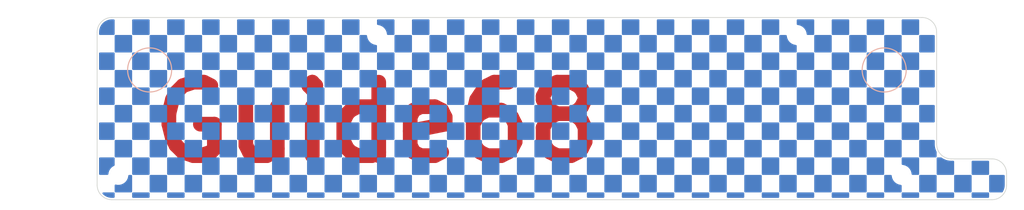
<source format=kicad_pcb>
(kicad_pcb (version 20211014) (generator pcbnew)
  (layers (0 "F.Cu" signal) (31 "B.Cu" signal) (34 "B.Paste" user) (35 "F.Paste" user) (36 "B.SilkS" user "B.Silkscreen") (37 "F.SilkS" user "F.Silkscreen") (38 "B.Mask" user) (39 "F.Mask" user) (44 "Edge.Cuts" user))
  (net 0 "")
  (footprint "kbd_Hole:m2_Screw_Hole" (layer "F.Cu") (at 76.2 40.48125)
    (fp_text reference "Ref**")
    (fp_text value "Val**")
    (pad "" np_thru_hole circle locked (at 0 0) (size 2.2 2.2) (drill 2.2) (layers *.Cu *.Mask))
  )
  (footprint "kbd_Hole:m2_Screw_Hole" (layer "F.Cu") (at 147.6375 59.53125)
    (fp_text reference "Ref**")
    (fp_text value "Val**")
    (pad "" np_thru_hole circle locked (at 0 0) (size 2.2 2.2) (drill 2.2) (layers *.Cu *.Mask))
  )
  (footprint "kbd_Hole:m2_Screw_Hole" (layer "F.Cu") (at 133.35 40.48125)
    (fp_text reference "Ref**")
    (fp_text value "Val**")
    (pad "" np_thru_hole circle locked (at 0 0) (size 2.2 2.2) (drill 2.2) (layers *.Cu *.Mask))
  )
  (footprint "kbd_Hole:m2_Screw_Hole" (layer "F.Cu") (at 40.98125 59.53125)
    (fp_text reference "Ref**")
    (fp_text value "Val**")
    (pad "" np_thru_hole circle locked (at 0 0) (size 2.2 2.2) (drill 2.2) (layers *.Cu *.Mask))
  )
  (gr_circle (center 145.25625 45.24375) (end 148.25625 45.24375) (layer "B.SilkS") (width 0.15) (fill none))
  (gr_circle (center 45.24375 45.24375) (end 48.24375 45.24375) (layer "B.SilkS") (width 0.15) (fill none))
  (gr_arc (start 150.4 38.1) (mid 151.814214 38.685786) (end 152.4 40.1) (layer "Edge.Cuts") (width 0.1))
  (gr_arc (start 40.1 62.9125) (mid 38.685786 62.326714) (end 38.1 60.9125) (layer "Edge.Cuts") (width 0.1))
  (gr_arc (start 161.925 60.9125) (mid 161.339214 62.326714) (end 159.925 62.9125) (layer "Edge.Cuts") (width 0.1))
  (gr_arc (start 154.4 57.35) (mid 152.985786 56.764214) (end 152.4 55.35) (layer "Edge.Cuts") (width 0.1))
  (gr_arc (start 159.925 57.35) (mid 161.339214 57.935786) (end 161.925 59.35) (layer "Edge.Cuts") (width 0.1))
  (gr_line (start 154.4 57.35) (end 159.925 57.35) (layer "Edge.Cuts") (width 0.1))
  (gr_line (start 159.925 62.9125) (end 40.1 62.9125) (layer "Edge.Cuts") (width 0.1))
  (gr_line (start 152.4 40.1) (end 152.4 55.35) (layer "Edge.Cuts") (width 0.1))
  (gr_arc (start 38.1 40.1) (mid 38.685786 38.685786) (end 40.1 38.1) (layer "Edge.Cuts") (width 0.1))
  (gr_line (start 161.925 59.35) (end 161.925 60.9125) (layer "Edge.Cuts") (width 0.1))
  (gr_line (start 40.1 38.1) (end 150.4 38.1) (layer "Edge.Cuts") (width 0.1))
  (gr_line (start 38.1 40.1) (end 38.1 60.9125) (layer "Edge.Cuts") (width 0.1))
  (gr_text "Guide68" (at 76.2 52.3875) (layer "F.Cu") (effects (font (size 10 10) (thickness 2))))
  (zone (net 0) (net_name "") (layer "B.Cu") (connect_pads (clearance 0)) (min_thickness 0.254)
    (keepout (tracks allowed) (vias allowed) (pads allowed) (copperpour not_allowed) (footprints allowed))
    (fill (thermal_gap 0.508) (thermal_bridge_width 0.508))
    (polygon (pts (xy 114.3 52.3875) (xy 116.68125 52.3875) (xy 116.68125 50.00625) (xy 114.3 50.00625)))
  )
  (zone (net 0) (net_name "") (layer "B.Cu") (connect_pads (clearance 0)) (min_thickness 0.254)
    (keepout (tracks allowed) (vias allowed) (pads allowed) (copperpour not_allowed) (footprints allowed))
    (fill (thermal_gap 0.508) (thermal_bridge_width 0.508))
    (polygon (pts (xy 92.86875 59.53125) (xy 95.25 59.53125) (xy 95.25 57.15) (xy 92.86875 57.15)))
  )
  (zone (net 0) (net_name "") (layer "B.Cu") (connect_pads (clearance 0)) (min_thickness 0.254)
    (keepout (tracks allowed) (vias allowed) (pads allowed) (copperpour not_allowed) (footprints allowed))
    (fill (thermal_gap 0.508) (thermal_bridge_width 0.508))
    (polygon (pts (xy 35.71875 64.29375) (xy 38.1 64.29375) (xy 38.1 61.9125) (xy 35.71875 61.9125)))
  )
  (zone (net 0) (net_name "") (layer "B.Cu") (connect_pads (clearance 0)) (min_thickness 0.254)
    (keepout (tracks allowed) (vias allowed) (pads allowed) (copperpour not_allowed) (footprints allowed))
    (fill (thermal_gap 0.508) (thermal_bridge_width 0.508))
    (polygon (pts (xy 159.54375 64.29375) (xy 161.925 64.29375) (xy 161.925 61.9125) (xy 159.54375 61.9125)))
  )
  (zone (net 0) (net_name "") (layer "B.Cu") (connect_pads (clearance 0)) (min_thickness 0.254)
    (keepout (tracks allowed) (vias allowed) (pads allowed) (copperpour not_allowed) (footprints allowed))
    (fill (thermal_gap 0.508) (thermal_bridge_width 0.508))
    (polygon (pts (xy 66.675 61.9125) (xy 69.05625 61.9125) (xy 69.05625 59.53125) (xy 66.675 59.53125)))
  )
  (zone (net 0) (net_name "") (layer "B.Cu") (connect_pads (clearance 0)) (min_thickness 0.254)
    (keepout (tracks allowed) (vias allowed) (pads allowed) (copperpour not_allowed) (footprints allowed))
    (fill (thermal_gap 0.508) (thermal_bridge_width 0.508))
    (polygon (pts (xy 150.01875 59.53125) (xy 152.4 59.53125) (xy 152.4 57.15) (xy 150.01875 57.15)))
  )
  (zone (net 0) (net_name "") (layer "B.Cu") (connect_pads (clearance 0)) (min_thickness 0.254)
    (keepout (tracks allowed) (vias allowed) (pads allowed) (copperpour not_allowed) (footprints allowed))
    (fill (thermal_gap 0.508) (thermal_bridge_width 0.508))
    (polygon (pts (xy 116.68125 59.53125) (xy 119.0625 59.53125) (xy 119.0625 57.15) (xy 116.68125 57.15)))
  )
  (zone (net 0) (net_name "") (layer "B.Cu") (connect_pads (clearance 0)) (min_thickness 0.254)
    (keepout (tracks allowed) (vias allowed) (pads allowed) (copperpour not_allowed) (footprints allowed))
    (fill (thermal_gap 0.508) (thermal_bridge_width 0.508))
    (polygon (pts (xy 142.875 52.3875) (xy 145.25625 52.3875) (xy 145.25625 50.00625) (xy 142.875 50.00625)))
  )
  (zone (net 0) (net_name "") (layer "B.Cu") (connect_pads (clearance 0)) (min_thickness 0.254)
    (keepout (tracks allowed) (vias allowed) (pads allowed) (copperpour not_allowed) (footprints allowed))
    (fill (thermal_gap 0.508) (thermal_bridge_width 0.508))
    (polygon (pts (xy 123.825 47.625) (xy 126.20625 47.625) (xy 126.20625 45.24375) (xy 123.825 45.24375)))
  )
  (zone (net 0) (net_name "") (layer "B.Cu") (connect_pads (clearance 0)) (min_thickness 0.254)
    (keepout (tracks allowed) (vias allowed) (pads allowed) (copperpour not_allowed) (footprints allowed))
    (fill (thermal_gap 0.508) (thermal_bridge_width 0.508))
    (polygon (pts (xy 33.3375 61.9125) (xy 35.71875 61.9125) (xy 35.71875 59.53125) (xy 33.3375 59.53125)))
  )
  (zone (net 0) (net_name "") (layer "B.Cu") (connect_pads (clearance 0)) (min_thickness 0.254)
    (keepout (tracks allowed) (vias allowed) (pads allowed) (copperpour not_allowed) (footprints allowed))
    (fill (thermal_gap 0.508) (thermal_bridge_width 0.508))
    (polygon (pts (xy 88.10625 40.48125) (xy 90.4875 40.48125) (xy 90.4875 38.1) (xy 88.10625 38.1)))
  )
  (zone (net 0) (net_name "") (layer "B.Cu") (connect_pads (clearance 0)) (min_thickness 0.254)
    (keepout (tracks allowed) (vias allowed) (pads allowed) (copperpour not_allowed) (footprints allowed))
    (fill (thermal_gap 0.508) (thermal_bridge_width 0.508))
    (polygon (pts (xy 150.01875 50.00625) (xy 152.4 50.00625) (xy 152.4 47.625) (xy 150.01875 47.625)))
  )
  (zone (net 0) (net_name "") (layer "B.Cu") (connect_pads (clearance 0)) (min_thickness 0.254)
    (keepout (tracks allowed) (vias allowed) (pads allowed) (copperpour not_allowed) (footprints allowed))
    (fill (thermal_gap 0.508) (thermal_bridge_width 0.508))
    (polygon (pts (xy 161.925 52.3875) (xy 164.30625 52.3875) (xy 164.30625 50.00625) (xy 161.925 50.00625)))
  )
  (zone (net 0) (net_name "") (layer "B.Cu") (connect_pads (clearance 0)) (min_thickness 0.254)
    (keepout (tracks allowed) (vias allowed) (pads allowed) (copperpour not_allowed) (footprints allowed))
    (fill (thermal_gap 0.508) (thermal_bridge_width 0.508))
    (polygon (pts (xy 109.5375 57.15) (xy 111.91875 57.15) (xy 111.91875 54.76875) (xy 109.5375 54.76875)))
  )
  (zone (net 0) (net_name "") (layer "B.Cu") (connect_pads (clearance 0)) (min_thickness 0.254)
    (keepout (tracks allowed) (vias allowed) (pads allowed) (copperpour not_allowed) (footprints allowed))
    (fill (thermal_gap 0.508) (thermal_bridge_width 0.508))
    (polygon (pts (xy 102.39375 54.76875) (xy 104.775 54.76875) (xy 104.775 52.3875) (xy 102.39375 52.3875)))
  )
  (zone (net 0) (net_name "") (layer "B.Cu") (connect_pads (clearance 0)) (min_thickness 0.254)
    (keepout (tracks allowed) (vias allowed) (pads allowed) (copperpour not_allowed) (footprints allowed))
    (fill (thermal_gap 0.508) (thermal_bridge_width 0.508))
    (polygon (pts (xy 47.625 57.15) (xy 50.00625 57.15) (xy 50.00625 54.76875) (xy 47.625 54.76875)))
  )
  (zone (net 0) (net_name "") (layer "B.Cu") (connect_pads (clearance 0)) (min_thickness 0.254)
    (keepout (tracks allowed) (vias allowed) (pads allowed) (copperpour not_allowed) (footprints allowed))
    (fill (thermal_gap 0.508) (thermal_bridge_width 0.508))
    (polygon (pts (xy 57.15 52.3875) (xy 59.53125 52.3875) (xy 59.53125 50.00625) (xy 57.15 50.00625)))
  )
  (zone (net 0) (net_name "") (layer "B.Cu") (connect_pads (clearance 0)) (min_thickness 0.254)
    (keepout (tracks allowed) (vias allowed) (pads allowed) (copperpour not_allowed) (footprints allowed))
    (fill (thermal_gap 0.508) (thermal_bridge_width 0.508))
    (polygon (pts (xy 76.2 42.8625) (xy 78.58125 42.8625) (xy 78.58125 40.48125) (xy 76.2 40.48125)))
  )
  (zone (net 0) (net_name "") (layer "B.Cu") (connect_pads (clearance 0)) (min_thickness 0.254)
    (keepout (tracks allowed) (vias allowed) (pads allowed) (copperpour not_allowed) (footprints allowed))
    (fill (thermal_gap 0.508) (thermal_bridge_width 0.508))
    (polygon (pts (xy 78.58125 40.48125) (xy 80.9625 40.48125) (xy 80.9625 38.1) (xy 78.58125 38.1)))
  )
  (zone (net 0) (net_name "") (layer "B.Cu") (connect_pads (clearance 0)) (min_thickness 0.254)
    (keepout (tracks allowed) (vias allowed) (pads allowed) (copperpour not_allowed) (footprints allowed))
    (fill (thermal_gap 0.508) (thermal_bridge_width 0.508))
    (polygon (pts (xy 42.8625 52.3875) (xy 45.24375 52.3875) (xy 45.24375 50.00625) (xy 42.8625 50.00625)))
  )
  (zone (net 0) (net_name "") (layer "B.Cu") (connect_pads (clearance 0)) (min_thickness 0.254)
    (keepout (tracks allowed) (vias allowed) (pads allowed) (copperpour not_allowed) (footprints allowed))
    (fill (thermal_gap 0.508) (thermal_bridge_width 0.508))
    (polygon (pts (xy 114.3 61.9125) (xy 116.68125 61.9125) (xy 116.68125 59.53125) (xy 114.3 59.53125)))
  )
  (zone (net 0) (net_name "") (layer "B.Cu") (connect_pads (clearance 0)) (min_thickness 0.254)
    (keepout (tracks allowed) (vias allowed) (pads allowed) (copperpour not_allowed) (footprints allowed))
    (fill (thermal_gap 0.508) (thermal_bridge_width 0.508))
    (polygon (pts (xy 154.78125 54.76875) (xy 157.1625 54.76875) (xy 157.1625 52.3875) (xy 154.78125 52.3875)))
  )
  (zone (net 0) (net_name "") (layer "B.Cu") (connect_pads (clearance 0)) (min_thickness 0.254)
    (keepout (tracks allowed) (vias allowed) (pads allowed) (copperpour not_allowed) (footprints allowed))
    (fill (thermal_gap 0.508) (thermal_bridge_width 0.508))
    (polygon (pts (xy 59.53125 50.00625) (xy 61.9125 50.00625) (xy 61.9125 47.625) (xy 59.53125 47.625)))
  )
  (zone (net 0) (net_name "") (layer "B.Cu") (connect_pads (clearance 0)) (min_thickness 0.254)
    (keepout (tracks allowed) (vias allowed) (pads allowed) (copperpour not_allowed) (footprints allowed))
    (fill (thermal_gap 0.508) (thermal_bridge_width 0.508))
    (polygon (pts (xy 90.4875 38.1) (xy 92.86875 38.1) (xy 92.86875 35.71875) (xy 90.4875 35.71875)))
  )
  (zone (net 0) (net_name "") (layer "B.Cu") (connect_pads (clearance 0)) (min_thickness 0.254)
    (keepout (tracks allowed) (vias allowed) (pads allowed) (copperpour not_allowed) (footprints allowed))
    (fill (thermal_gap 0.508) (thermal_bridge_width 0.508))
    (polygon (pts (xy 147.6375 47.625) (xy 150.01875 47.625) (xy 150.01875 45.24375) (xy 147.6375 45.24375)))
  )
  (zone (net 0) (net_name "") (layer "B.Cu") (connect_pads (clearance 0)) (min_thickness 0.254)
    (keepout (tracks allowed) (vias allowed) (pads allowed) (copperpour not_allowed) (footprints allowed))
    (fill (thermal_gap 0.508) (thermal_bridge_width 0.508))
    (polygon (pts (xy 161.925 42.8625) (xy 164.30625 42.8625) (xy 164.30625 40.48125) (xy 161.925 40.48125)))
  )
  (zone (net 0) (net_name "") (layer "B.Cu") (connect_pads (clearance 0)) (min_thickness 0.254)
    (keepout (tracks allowed) (vias allowed) (pads allowed) (copperpour not_allowed) (footprints allowed))
    (fill (thermal_gap 0.508) (thermal_bridge_width 0.508))
    (polygon (pts (xy 123.825 52.3875) (xy 126.20625 52.3875) (xy 126.20625 50.00625) (xy 123.825 50.00625)))
  )
  (zone (net 0) (net_name "") (layer "B.Cu") (connect_pads (clearance 0)) (min_thickness 0.254)
    (keepout (tracks allowed) (vias allowed) (pads allowed) (copperpour not_allowed) (footprints allowed))
    (fill (thermal_gap 0.508) (thermal_bridge_width 0.508))
    (polygon (pts (xy 145.25625 50.00625) (xy 147.6375 50.00625) (xy 147.6375 47.625) (xy 145.25625 47.625)))
  )
  (zone (net 0) (net_name "") (layer "B.Cu") (connect_pads (clearance 0)) (min_thickness 0.254)
    (keepout (tracks allowed) (vias allowed) (pads allowed) (copperpour not_allowed) (footprints allowed))
    (fill (thermal_gap 0.508) (thermal_bridge_width 0.508))
    (polygon (pts (xy 38.1 57.15) (xy 40.48125 57.15) (xy 40.48125 54.76875) (xy 38.1 54.76875)))
  )
  (zone (net 0) (net_name "") (layer "B.Cu") (connect_pads (clearance 0)) (min_thickness 0.254)
    (keepout (tracks allowed) (vias allowed) (pads allowed) (copperpour not_allowed) (footprints allowed))
    (fill (thermal_gap 0.508) (thermal_bridge_width 0.508))
    (polygon (pts (xy 47.625 47.625) (xy 50.00625 47.625) (xy 50.00625 45.24375) (xy 47.625 45.24375)))
  )
  (zone (net 0) (net_name "") (layer "B.Cu") (connect_pads (clearance 0)) (min_thickness 0.254)
    (keepout (tracks allowed) (vias allowed) (pads allowed) (copperpour not_allowed) (footprints allowed))
    (fill (thermal_gap 0.508) (thermal_bridge_width 0.508))
    (polygon (pts (xy 50.00625 50.00625) (xy 52.3875 50.00625) (xy 52.3875 47.625) (xy 50.00625 47.625)))
  )
  (zone (net 0) (net_name "") (layer "B.Cu") (connect_pads (clearance 0)) (min_thickness 0.254)
    (keepout (tracks allowed) (vias allowed) (pads allowed) (copperpour not_allowed) (footprints allowed))
    (fill (thermal_gap 0.508) (thermal_bridge_width 0.508))
    (polygon (pts (xy 88.10625 54.76875) (xy 90.4875 54.76875) (xy 90.4875 52.3875) (xy 88.10625 52.3875)))
  )
  (zone (net 0) (net_name "") (layer "B.Cu") (connect_pads (clearance 0)) (min_thickness 0.254)
    (keepout (tracks allowed) (vias allowed) (pads allowed) (copperpour not_allowed) (footprints allowed))
    (fill (thermal_gap 0.508) (thermal_bridge_width 0.508))
    (polygon (pts (xy 78.58125 50.00625) (xy 80.9625 50.00625) (xy 80.9625 47.625) (xy 78.58125 47.625)))
  )
  (zone (net 0) (net_name "") (layer "B.Cu") (connect_pads (clearance 0)) (min_thickness 0.254)
    (keepout (tracks allowed) (vias allowed) (pads allowed) (copperpour not_allowed) (footprints allowed))
    (fill (thermal_gap 0.508) (thermal_bridge_width 0.508))
    (polygon (pts (xy 145.25625 40.48125) (xy 147.6375 40.48125) (xy 147.6375 38.1) (xy 145.25625 38.1)))
  )
  (zone (net 0) (net_name "") (layer "B.Cu") (connect_pads (clearance 0)) (min_thickness 0.254)
    (keepout (tracks allowed) (vias allowed) (pads allowed) (copperpour not_allowed) (footprints allowed))
    (fill (thermal_gap 0.508) (thermal_bridge_width 0.508))
    (polygon (pts (xy 47.625 42.8625) (xy 50.00625 42.8625) (xy 50.00625 40.48125) (xy 47.625 40.48125)))
  )
  (zone (net 0) (net_name "") (layer "B.Cu") (connect_pads (clearance 0)) (min_thickness 0.254)
    (keepout (tracks allowed) (vias allowed) (pads allowed) (copperpour not_allowed) (footprints allowed))
    (fill (thermal_gap 0.508) (thermal_bridge_width 0.508))
    (polygon (pts (xy 92.86875 54.76875) (xy 95.25 54.76875) (xy 95.25 52.3875) (xy 92.86875 52.3875)))
  )
  (zone (net 0) (net_name "") (layer "B.Cu") (connect_pads (clearance 0)) (min_thickness 0.254)
    (keepout (tracks allowed) (vias allowed) (pads allowed) (copperpour not_allowed) (footprints allowed))
    (fill (thermal_gap 0.508) (thermal_bridge_width 0.508))
    (polygon (pts (xy 76.2 47.625) (xy 78.58125 47.625) (xy 78.58125 45.24375) (xy 76.2 45.24375)))
  )
  (zone (net 0) (net_name "") (layer "B.Cu") (connect_pads (clearance 0)) (min_thickness 0.254)
    (keepout (tracks allowed) (vias allowed) (pads allowed) (copperpour not_allowed) (footprints allowed))
    (fill (thermal_gap 0.508) (thermal_bridge_width 0.508))
    (polygon (pts (xy 133.35 47.625) (xy 135.73125 47.625) (xy 135.73125 45.24375) (xy 133.35 45.24375)))
  )
  (zone (net 0) (net_name "") (layer "B.Cu") (connect_pads (clearance 0)) (min_thickness 0.254)
    (keepout (tracks allowed) (vias allowed) (pads allowed) (copperpour not_allowed) (footprints allowed))
    (fill (thermal_gap 0.508) (thermal_bridge_width 0.508))
    (polygon (pts (xy 50.00625 40.48125) (xy 52.3875 40.48125) (xy 52.3875 38.1) (xy 50.00625 38.1)))
  )
  (zone (net 0) (net_name "") (layer "B.Cu") (connect_pads (clearance 0)) (min_thickness 0.254)
    (keepout (tracks allowed) (vias allowed) (pads allowed) (copperpour not_allowed) (footprints allowed))
    (fill (thermal_gap 0.508) (thermal_bridge_width 0.508))
    (polygon (pts (xy 38.1 61.9125) (xy 40.48125 61.9125) (xy 40.48125 59.53125) (xy 38.1 59.53125)))
  )
  (zone (net 0) (net_name "") (layer "B.Cu") (connect_pads (clearance 0)) (min_thickness 0.254)
    (keepout (tracks allowed) (vias allowed) (pads allowed) (copperpour not_allowed) (footprints allowed))
    (fill (thermal_gap 0.508) (thermal_bridge_width 0.508))
    (polygon (pts (xy 64.29375 64.29375) (xy 66.675 64.29375) (xy 66.675 61.9125) (xy 64.29375 61.9125)))
  )
  (zone (net 0) (net_name "") (layer "B.Cu") (connect_pads (clearance 0)) (min_thickness 0.254)
    (keepout (tracks allowed) (vias allowed) (pads allowed) (copperpour not_allowed) (footprints allowed))
    (fill (thermal_gap 0.508) (thermal_bridge_width 0.508))
    (polygon (pts (xy 135.73125 64.29375) (xy 138.1125 64.29375) (xy 138.1125 61.9125) (xy 135.73125 61.9125)))
  )
  (zone (net 0) (net_name "") (layer "B.Cu") (connect_pads (clearance 0)) (min_thickness 0.254)
    (keepout (tracks allowed) (vias allowed) (pads allowed) (copperpour not_allowed) (footprints allowed))
    (fill (thermal_gap 0.508) (thermal_bridge_width 0.508))
    (polygon (pts (xy 154.78125 50.00625) (xy 157.1625 50.00625) (xy 157.1625 47.625) (xy 154.78125 47.625)))
  )
  (zone (net 0) (net_name "") (layer "B.Cu") (connect_pads (clearance 0)) (min_thickness 0.254)
    (keepout (tracks allowed) (vias allowed) (pads allowed) (copperpour not_allowed) (footprints allowed))
    (fill (thermal_gap 0.508) (thermal_bridge_width 0.508))
    (polygon (pts (xy 45.24375 64.29375) (xy 47.625 64.29375) (xy 47.625 61.9125) (xy 45.24375 61.9125)))
  )
  (zone (net 0) (net_name "") (layer "B.Cu") (connect_pads (clearance 0)) (min_thickness 0.254)
    (keepout (tracks allowed) (vias allowed) (pads allowed) (copperpour not_allowed) (footprints allowed))
    (fill (thermal_gap 0.508) (thermal_bridge_width 0.508))
    (polygon (pts (xy 104.775 47.625) (xy 107.15625 47.625) (xy 107.15625 45.24375) (xy 104.775 45.24375)))
  )
  (zone (net 0) (net_name "") (layer "B.Cu") (connect_pads (clearance 0)) (min_thickness 0.254)
    (keepout (tracks allowed) (vias allowed) (pads allowed) (copperpour not_allowed) (footprints allowed))
    (fill (thermal_gap 0.508) (thermal_bridge_width 0.508))
    (polygon (pts (xy 83.34375 45.24375) (xy 85.725 45.24375) (xy 85.725 42.8625) (xy 83.34375 42.8625)))
  )
  (zone (net 0) (net_name "") (layer "B.Cu") (connect_pads (clearance 0)) (min_thickness 0.254)
    (keepout (tracks allowed) (vias allowed) (pads allowed) (copperpour not_allowed) (footprints allowed))
    (fill (thermal_gap 0.508) (thermal_bridge_width 0.508))
    (polygon (pts (xy 52.3875 47.625) (xy 54.76875 47.625) (xy 54.76875 45.24375) (xy 52.3875 45.24375)))
  )
  (zone (net 0) (net_name "") (layer "B.Cu") (connect_pads (clearance 0)) (min_thickness 0.254)
    (keepout (tracks allowed) (vias allowed) (pads allowed) (copperpour not_allowed) (footprints allowed))
    (fill (thermal_gap 0.508) (thermal_bridge_width 0.508))
    (polygon (pts (xy 135.73125 40.48125) (xy 138.1125 40.48125) (xy 138.1125 38.1) (xy 135.73125 38.1)))
  )
  (zone (net 0) (net_name "") (layer "B.Cu") (connect_pads (clearance 0)) (min_thickness 0.254)
    (keepout (tracks allowed) (vias allowed) (pads allowed) (copperpour not_allowed) (footprints allowed))
    (fill (thermal_gap 0.508) (thermal_bridge_width 0.508))
    (polygon (pts (xy 100.0125 61.9125) (xy 102.39375 61.9125) (xy 102.39375 59.53125) (xy 100.0125 59.53125)))
  )
  (zone (net 0) (net_name "") (layer "B.Cu") (connect_pads (clearance 0)) (min_thickness 0.254)
    (keepout (tracks allowed) (vias allowed) (pads allowed) (copperpour not_allowed) (footprints allowed))
    (fill (thermal_gap 0.508) (thermal_bridge_width 0.508))
    (polygon (pts (xy 114.3 57.15) (xy 116.68125 57.15) (xy 116.68125 54.76875) (xy 114.3 54.76875)))
  )
  (zone (net 0) (net_name "") (layer "B.Cu") (connect_pads (clearance 0)) (min_thickness 0.254)
    (keepout (tracks allowed) (vias allowed) (pads allowed) (copperpour not_allowed) (footprints allowed))
    (fill (thermal_gap 0.508) (thermal_bridge_width 0.508))
    (polygon (pts (xy 147.6375 52.3875) (xy 150.01875 52.3875) (xy 150.01875 50.00625) (xy 147.6375 50.00625)))
  )
  (zone (net 0) (net_name "") (layer "B.Cu") (connect_pads (clearance 0)) (min_thickness 0.254)
    (keepout (tracks allowed) (vias allowed) (pads allowed) (copperpour not_allowed) (footprints allowed))
    (fill (thermal_gap 0.508) (thermal_bridge_width 0.508))
    (polygon (pts (xy 61.9125 52.3875) (xy 64.29375 52.3875) (xy 64.29375 50.00625) (xy 61.9125 50.00625)))
  )
  (zone (net 0) (net_name "") (layer "B.Cu") (connect_pads (clearance 0)) (min_thickness 0.254)
    (keepout (tracks allowed) (vias allowed) (pads allowed) (copperpour not_allowed) (footprints allowed))
    (fill (thermal_gap 0.508) (thermal_bridge_width 0.508))
    (polygon (pts (xy 123.825 42.8625) (xy 126.20625 42.8625) (xy 126.20625 40.48125) (xy 123.825 40.48125)))
  )
  (zone (net 0) (net_name "") (layer "B.Cu") (connect_pads (clearance 0)) (min_thickness 0.254)
    (keepout (tracks allowed) (vias allowed) (pads allowed) (copperpour not_allowed) (footprints allowed))
    (fill (thermal_gap 0.508) (thermal_bridge_width 0.508))
    (polygon (pts (xy 61.9125 38.1) (xy 64.29375 38.1) (xy 64.29375 35.71875) (xy 61.9125 35.71875)))
  )
  (zone (net 0) (net_name "") (layer "B.Cu") (connect_pads (clearance 0)) (min_thickness 0.254)
    (keepout (tracks allowed) (vias allowed) (pads allowed) (copperpour not_allowed) (footprints allowed))
    (fill (thermal_gap 0.508) (thermal_bridge_width 0.508))
    (polygon (pts (xy 59.53125 64.29375) (xy 61.9125 64.29375) (xy 61.9125 61.9125) (xy 59.53125 61.9125)))
  )
  (zone (net 0) (net_name "") (layer "B.Cu") (connect_pads (clearance 0)) (min_thickness 0.254)
    (keepout (tracks allowed) (vias allowed) (pads allowed) (copperpour not_allowed) (footprints allowed))
    (fill (thermal_gap 0.508) (thermal_bridge_width 0.508))
    (polygon (pts (xy 33.3375 57.15) (xy 35.71875 57.15) (xy 35.71875 54.76875) (xy 33.3375 54.76875)))
  )
  (zone (net 0) (net_name "") (layer "B.Cu") (connect_pads (clearance 0)) (min_thickness 0.254)
    (keepout (tracks allowed) (vias allowed) (pads allowed) (copperpour not_allowed) (footprints allowed))
    (fill (thermal_gap 0.508) (thermal_bridge_width 0.508))
    (polygon (pts (xy 130.96875 45.24375) (xy 133.35 45.24375) (xy 133.35 42.8625) (xy 130.96875 42.8625)))
  )
  (zone (net 0) (net_name "") (layer "B.Cu") (connect_pads (clearance 0)) (min_thickness 0.254)
    (keepout (tracks allowed) (vias allowed) (pads allowed) (copperpour not_allowed) (footprints allowed))
    (fill (thermal_gap 0.508) (thermal_bridge_width 0.508))
    (polygon (pts (xy 138.1125 42.8625) (xy 140.49375 42.8625) (xy 140.49375 40.48125) (xy 138.1125 40.48125)))
  )
  (zone (net 0) (net_name "") (layer "B.Cu") (connect_pads (clearance 0)) (min_thickness 0.254)
    (keepout (tracks allowed) (vias allowed) (pads allowed) (copperpour not_allowed) (footprints allowed))
    (fill (thermal_gap 0.508) (thermal_bridge_width 0.508))
    (polygon (pts (xy 95.25 47.625) (xy 97.63125 47.625) (xy 97.63125 45.24375) (xy 95.25 45.24375)))
  )
  (zone (net 0) (net_name "") (layer "B.Cu") (connect_pads (clearance 0)) (min_thickness 0.254)
    (keepout (tracks allowed) (vias allowed) (pads allowed) (copperpour not_allowed) (footprints allowed))
    (fill (thermal_gap 0.508) (thermal_bridge_width 0.508))
    (polygon (pts (xy 40.48125 50.00625) (xy 42.8625 50.00625) (xy 42.8625 47.625) (xy 40.48125 47.625)))
  )
  (zone (net 0) (net_name "") (layer "B.Cu") (connect_pads (clearance 0)) (min_thickness 0.254)
    (keepout (tracks allowed) (vias allowed) (pads allowed) (copperpour not_allowed) (footprints allowed))
    (fill (thermal_gap 0.508) (thermal_bridge_width 0.508))
    (polygon (pts (xy 109.5375 61.9125) (xy 111.91875 61.9125) (xy 111.91875 59.53125) (xy 109.5375 59.53125)))
  )
  (zone (net 0) (net_name "") (layer "B.Cu") (connect_pads (clearance 0)) (min_thickness 0.254)
    (keepout (tracks allowed) (vias allowed) (pads allowed) (copperpour not_allowed) (footprints allowed))
    (fill (thermal_gap 0.508) (thermal_bridge_width 0.508))
    (polygon (pts (xy 121.44375 45.24375) (xy 123.825 45.24375) (xy 123.825 42.8625) (xy 121.44375 42.8625)))
  )
  (zone (net 0) (net_name "") (layer "B.Cu") (connect_pads (clearance 0)) (min_thickness 0.254)
    (keepout (tracks allowed) (vias allowed) (pads allowed) (copperpour not_allowed) (footprints allowed))
    (fill (thermal_gap 0.508) (thermal_bridge_width 0.508))
    (polygon (pts (xy 95.25 57.15) (xy 97.63125 57.15) (xy 97.63125 54.76875) (xy 95.25 54.76875)))
  )
  (zone (net 0) (net_name "") (layer "B.Cu") (connect_pads (clearance 0)) (min_thickness 0.254)
    (keepout (tracks allowed) (vias allowed) (pads allowed) (copperpour not_allowed) (footprints allowed))
    (fill (thermal_gap 0.508) (thermal_bridge_width 0.508))
    (polygon (pts (xy 35.71875 54.76875) (xy 38.1 54.76875) (xy 38.1 52.3875) (xy 35.71875 52.3875)))
  )
  (zone (net 0) (net_name "") (layer "B.Cu") (connect_pads (clearance 0)) (min_thickness 0.254)
    (keepout (tracks allowed) (vias allowed) (pads allowed) (copperpour not_allowed) (footprints allowed))
    (fill (thermal_gap 0.508) (thermal_bridge_width 0.508))
    (polygon (pts (xy 83.34375 54.76875) (xy 85.725 54.76875) (xy 85.725 52.3875) (xy 83.34375 52.3875)))
  )
  (zone (net 0) (net_name "") (layer "B.Cu") (connect_pads (clearance 0)) (min_thickness 0.254)
    (keepout (tracks allowed) (vias allowed) (pads allowed) (copperpour not_allowed) (footprints allowed))
    (fill (thermal_gap 0.508) (thermal_bridge_width 0.508))
    (polygon (pts (xy 42.8625 38.1) (xy 45.24375 38.1) (xy 45.24375 35.71875) (xy 42.8625 35.71875)))
  )
  (zone (net 0) (net_name "") (layer "B.Cu") (connect_pads (clearance 0)) (min_thickness 0.254)
    (keepout (tracks allowed) (vias allowed) (pads allowed) (copperpour not_allowed) (footprints allowed))
    (fill (thermal_gap 0.508) (thermal_bridge_width 0.508))
    (polygon (pts (xy 69.05625 59.53125) (xy 71.4375 59.53125) (xy 71.4375 57.15) (xy 69.05625 57.15)))
  )
  (zone (net 0) (net_name "") (layer "B.Cu") (connect_pads (clearance 0)) (min_thickness 0.254)
    (keepout (tracks allowed) (vias allowed) (pads allowed) (copperpour not_allowed) (footprints allowed))
    (fill (thermal_gap 0.508) (thermal_bridge_width 0.508))
    (polygon (pts (xy 57.15 57.15) (xy 59.53125 57.15) (xy 59.53125 54.76875) (xy 57.15 54.76875)))
  )
  (zone (net 0) (net_name "") (layer "B.Cu") (connect_pads (clearance 0)) (min_thickness 0.254)
    (keepout (tracks allowed) (vias allowed) (pads allowed) (copperpour not_allowed) (footprints allowed))
    (fill (thermal_gap 0.508) (thermal_bridge_width 0.508))
    (polygon (pts (xy 95.25 52.3875) (xy 97.63125 52.3875) (xy 97.63125 50.00625) (xy 95.25 50.00625)))
  )
  (zone (net 0) (net_name "") (layer "B.Cu") (connect_pads (clearance 0)) (min_thickness 0.254)
    (keepout (tracks allowed) (vias allowed) (pads allowed) (copperpour not_allowed) (footprints allowed))
    (fill (thermal_gap 0.508) (thermal_bridge_width 0.508))
    (polygon (pts (xy 147.6375 42.8625) (xy 150.01875 42.8625) (xy 150.01875 40.48125) (xy 147.6375 40.48125)))
  )
  (zone (net 0) (net_name "") (layer "B.Cu") (connect_pads (clearance 0)) (min_thickness 0.254)
    (keepout (tracks allowed) (vias allowed) (pads allowed) (copperpour not_allowed) (footprints allowed))
    (fill (thermal_gap 0.508) (thermal_bridge_width 0.508))
    (polygon (pts (xy 85.725 61.9125) (xy 88.10625 61.9125) (xy 88.10625 59.53125) (xy 85.725 59.53125)))
  )
  (zone (net 0) (net_name "") (layer "B.Cu") (connect_pads (clearance 0)) (min_thickness 0.254)
    (keepout (tracks allowed) (vias allowed) (pads allowed) (copperpour not_allowed) (footprints allowed))
    (fill (thermal_gap 0.508) (thermal_bridge_width 0.508))
    (polygon (pts (xy 83.34375 64.29375) (xy 85.725 64.29375) (xy 85.725 61.9125) (xy 83.34375 61.9125)))
  )
  (zone (net 0) (net_name "") (layer "B.Cu") (connect_pads (clearance 0)) (min_thickness 0.254)
    (keepout (tracks allowed) (vias allowed) (pads allowed) (copperpour not_allowed) (footprints allowed))
    (fill (thermal_gap 0.508) (thermal_bridge_width 0.508))
    (polygon (pts (xy 104.775 61.9125) (xy 107.15625 61.9125) (xy 107.15625 59.53125) (xy 104.775 59.53125)))
  )
  (zone (net 0) (net_name "") (layer "B.Cu") (connect_pads (clearance 0)) (min_thickness 0.254)
    (keepout (tracks allowed) (vias allowed) (pads allowed) (copperpour not_allowed) (footprints allowed))
    (fill (thermal_gap 0.508) (thermal_bridge_width 0.508))
    (polygon (pts (xy 119.0625 42.8625) (xy 121.44375 42.8625) (xy 121.44375 40.48125) (xy 119.0625 40.48125)))
  )
  (zone (net 0) (net_name "") (layer "B.Cu") (connect_pads (clearance 0)) (min_thickness 0.254)
    (keepout (tracks allowed) (vias allowed) (pads allowed) (copperpour not_allowed) (footprints allowed))
    (fill (thermal_gap 0.508) (thermal_bridge_width 0.508))
    (polygon (pts (xy 102.39375 59.53125) (xy 104.775 59.53125) (xy 104.775 57.15) (xy 102.39375 57.15)))
  )
  (zone (net 0) (net_name "") (layer "B.Cu") (connect_pads (clearance 0)) (min_thickness 0.254)
    (keepout (tracks allowed) (vias allowed) (pads allowed) (copperpour not_allowed) (footprints allowed))
    (fill (thermal_gap 0.508) (thermal_bridge_width 0.508))
    (polygon (pts (xy 54.76875 59.53125) (xy 57.15 59.53125) (xy 57.15 57.15) (xy 54.76875 57.15)))
  )
  (zone (net 0) (net_name "") (layer "B.Cu") (connect_pads (clearance 0)) (min_thickness 0.254)
    (keepout (tracks allowed) (vias allowed) (pads allowed) (copperpour not_allowed) (footprints allowed))
    (fill (thermal_gap 0.508) (thermal_bridge_width 0.508))
    (polygon (pts (xy 47.625 52.3875) (xy 50.00625 52.3875) (xy 50.00625 50.00625) (xy 47.625 50.00625)))
  )
  (zone (net 0) (net_name "") (layer "B.Cu") (connect_pads (clearance 0)) (min_thickness 0.254)
    (keepout (tracks allowed) (vias allowed) (pads allowed) (copperpour not_allowed) (footprints allowed))
    (fill (thermal_gap 0.508) (thermal_bridge_width 0.508))
    (polygon (pts (xy 152.4 57.15) (xy 154.78125 57.15) (xy 154.78125 54.76875) (xy 152.4 54.76875)))
  )
  (zone (net 0) (net_name "") (layer "B.Cu") (connect_pads (clearance 0)) (min_thickness 0.254)
    (keepout (tracks allowed) (vias allowed) (pads allowed) (copperpour not_allowed) (footprints allowed))
    (fill (thermal_gap 0.508) (thermal_bridge_width 0.508))
    (polygon (pts (xy 69.05625 64.29375) (xy 71.4375 64.29375) (xy 71.4375 61.9125) (xy 69.05625 61.9125)))
  )
  (zone (net 0) (net_name "") (layer "B.Cu") (connect_pads (clearance 0)) (min_thickness 0.254)
    (keepout (tracks allowed) (vias allowed) (pads allowed) (copperpour not_allowed) (footprints allowed))
    (fill (thermal_gap 0.508) (thermal_bridge_width 0.508))
    (polygon (pts (xy 85.725 57.15) (xy 88.10625 57.15) (xy 88.10625 54.76875) (xy 85.725 54.76875)))
  )
  (zone (net 0) (net_name "") (layer "B.Cu") (connect_pads (clearance 0)) (min_thickness 0.254)
    (keepout (tracks allowed) (vias allowed) (pads allowed) (copperpour not_allowed) (footprints allowed))
    (fill (thermal_gap 0.508) (thermal_bridge_width 0.508))
    (polygon (pts (xy 161.925 38.1) (xy 164.30625 38.1) (xy 164.30625 35.71875) (xy 161.925 35.71875)))
  )
  (zone (net 0) (net_name "") (layer "B.Cu") (connect_pads (clearance 0)) (min_thickness 0.254)
    (keepout (tracks allowed) (vias allowed) (pads allowed) (copperpour not_allowed) (footprints allowed))
    (fill (thermal_gap 0.508) (thermal_bridge_width 0.508))
    (polygon (pts (xy 80.9625 52.3875) (xy 83.34375 52.3875) (xy 83.34375 50.00625) (xy 80.9625 50.00625)))
  )
  (zone (net 0) (net_name "") (layer "B.Cu") (connect_pads (clearance 0)) (min_thickness 0.254)
    (keepout (tracks allowed) (vias allowed) (pads allowed) (copperpour not_allowed) (footprints allowed))
    (fill (thermal_gap 0.508) (thermal_bridge_width 0.508))
    (polygon (pts (xy 142.875 47.625) (xy 145.25625 47.625) (xy 145.25625 45.24375) (xy 142.875 45.24375)))
  )
  (zone (net 0) (net_name "") (layer "B.Cu") (connect_pads (clearance 0)) (min_thickness 0.254)
    (keepout (tracks allowed) (vias allowed) (pads allowed) (copperpour not_allowed) (footprints allowed))
    (fill (thermal_gap 0.508) (thermal_bridge_width 0.508))
    (polygon (pts (xy 83.34375 50.00625) (xy 85.725 50.00625) (xy 85.725 47.625) (xy 83.34375 47.625)))
  )
  (zone (net 0) (net_name "") (layer "B.Cu") (connect_pads (clearance 0)) (min_thickness 0.254)
    (keepout (tracks allowed) (vias allowed) (pads allowed) (copperpour not_allowed) (footprints allowed))
    (fill (thermal_gap 0.508) (thermal_bridge_width 0.508))
    (polygon (pts (xy 66.675 57.15) (xy 69.05625 57.15) (xy 69.05625 54.76875) (xy 66.675 54.76875)))
  )
  (zone (net 0) (net_name "") (layer "B.Cu") (connect_pads (clearance 0)) (min_thickness 0.254)
    (keepout (tracks allowed) (vias allowed) (pads allowed) (copperpour not_allowed) (footprints allowed))
    (fill (thermal_gap 0.508) (thermal_bridge_width 0.508))
    (polygon (pts (xy 71.4375 57.15) (xy 73.81875 57.15) (xy 73.81875 54.76875) (xy 71.4375 54.76875)))
  )
  (zone (net 0) (net_name "") (layer "B.Cu") (connect_pads (clearance 0)) (min_thickness 0.254)
    (keepout (tracks allowed) (vias allowed) (pads allowed) (copperpour not_allowed) (footprints allowed))
    (fill (thermal_gap 0.508) (thermal_bridge_width 0.508))
    (polygon (pts (xy 157.1625 57.15) (xy 159.54375 57.15) (xy 159.54375 54.76875) (xy 157.1625 54.76875)))
  )
  (zone (net 0) (net_name "") (layer "B.Cu") (connect_pads (clearance 0)) (min_thickness 0.254)
    (keepout (tracks allowed) (vias allowed) (pads allowed) (copperpour not_allowed) (footprints allowed))
    (fill (thermal_gap 0.508) (thermal_bridge_width 0.508))
    (polygon (pts (xy 128.5875 47.625) (xy 130.96875 47.625) (xy 130.96875 45.24375) (xy 128.5875 45.24375)))
  )
  (zone (net 0) (net_name "") (layer "B.Cu") (connect_pads (clearance 0)) (min_thickness 0.254)
    (keepout (tracks allowed) (vias allowed) (pads allowed) (copperpour not_allowed) (footprints allowed))
    (fill (thermal_gap 0.508) (thermal_bridge_width 0.508))
    (polygon (pts (xy 111.91875 45.24375) (xy 114.3 45.24375) (xy 114.3 42.8625) (xy 111.91875 42.8625)))
  )
  (zone (net 0) (net_name "") (layer "B.Cu") (connect_pads (clearance 0)) (min_thickness 0.254)
    (keepout (tracks allowed) (vias allowed) (pads allowed) (copperpour not_allowed) (footprints allowed))
    (fill (thermal_gap 0.508) (thermal_bridge_width 0.508))
    (polygon (pts (xy 133.35 61.9125) (xy 135.73125 61.9125) (xy 135.73125 59.53125) (xy 133.35 59.53125)))
  )
  (zone (net 0) (net_name "") (layer "B.Cu") (connect_pads (clearance 0)) (min_thickness 0.254)
    (keepout (tracks allowed) (vias allowed) (pads allowed) (copperpour not_allowed) (footprints allowed))
    (fill (thermal_gap 0.508) (thermal_bridge_width 0.508))
    (polygon (pts (xy 69.05625 45.24375) (xy 71.4375 45.24375) (xy 71.4375 42.8625) (xy 69.05625 42.8625)))
  )
  (zone (net 0) (net_name "") (layer "B.Cu") (connect_pads (clearance 0)) (min_thickness 0.254)
    (keepout (tracks allowed) (vias allowed) (pads allowed) (copperpour not_allowed) (footprints allowed))
    (fill (thermal_gap 0.508) (thermal_bridge_width 0.508))
    (polygon (pts (xy 57.15 61.9125) (xy 59.53125 61.9125) (xy 59.53125 59.53125) (xy 57.15 59.53125)))
  )
  (zone (net 0) (net_name "") (layer "B.Cu") (connect_pads (clearance 0)) (min_thickness 0.254)
    (keepout (tracks allowed) (vias allowed) (pads allowed) (copperpour not_allowed) (footprints allowed))
    (fill (thermal_gap 0.508) (thermal_bridge_width 0.508))
    (polygon (pts (xy 128.5875 38.1) (xy 130.96875 38.1) (xy 130.96875 35.71875) (xy 128.5875 35.71875)))
  )
  (zone (net 0) (net_name "") (layer "B.Cu") (connect_pads (clearance 0)) (min_thickness 0.254)
    (keepout (tracks allowed) (vias allowed) (pads allowed) (copperpour not_allowed) (footprints allowed))
    (fill (thermal_gap 0.508) (thermal_bridge_width 0.508))
    (polygon (pts (xy 64.29375 50.00625) (xy 66.675 50.00625) (xy 66.675 47.625) (xy 64.29375 47.625)))
  )
  (zone (net 0) (net_name "") (layer "B.Cu") (connect_pads (clearance 0)) (min_thickness 0.254)
    (keepout (tracks allowed) (vias allowed) (pads allowed) (copperpour not_allowed) (footprints allowed))
    (fill (thermal_gap 0.508) (thermal_bridge_width 0.508))
    (polygon (pts (xy 80.9625 47.625) (xy 83.34375 47.625) (xy 83.34375 45.24375) (xy 80.9625 45.24375)))
  )
  (zone (net 0) (net_name "") (layer "B.Cu") (connect_pads (clearance 0)) (min_thickness 0.254)
    (keepout (tracks allowed) (vias allowed) (pads allowed) (copperpour not_allowed) (footprints allowed))
    (fill (thermal_gap 0.508) (thermal_bridge_width 0.508))
    (polygon (pts (xy 97.63125 54.76875) (xy 100.0125 54.76875) (xy 100.0125 52.3875) (xy 97.63125 52.3875)))
  )
  (zone (net 0) (net_name "") (layer "B.Cu") (connect_pads (clearance 0)) (min_thickness 0.254)
    (keepout (tracks allowed) (vias allowed) (pads allowed) (copperpour not_allowed) (footprints allowed))
    (fill (thermal_gap 0.508) (thermal_bridge_width 0.508))
    (polygon (pts (xy 121.44375 59.53125) (xy 123.825 59.53125) (xy 123.825 57.15) (xy 121.44375 57.15)))
  )
  (zone (net 0) (net_name "") (layer "B.Cu") (connect_pads (clearance 0)) (min_thickness 0.254)
    (keepout (tracks allowed) (vias allowed) (pads allowed) (copperpour not_allowed) (footprints allowed))
    (fill (thermal_gap 0.508) (thermal_bridge_width 0.508))
    (polygon (pts (xy 100.0125 57.15) (xy 102.39375 57.15) (xy 102.39375 54.76875) (xy 100.0125 54.76875)))
  )
  (zone (net 0) (net_name "") (layer "B.Cu") (connect_pads (clearance 0)) (min_thickness 0.254)
    (keepout (tracks allowed) (vias allowed) (pads allowed) (copperpour not_allowed) (footprints allowed))
    (fill (thermal_gap 0.508) (thermal_bridge_width 0.508))
    (polygon (pts (xy 109.5375 47.625) (xy 111.91875 47.625) (xy 111.91875 45.24375) (xy 109.5375 45.24375)))
  )
  (zone (net 0) (net_name "") (layer "B.Cu") (connect_pads (clearance 0)) (min_thickness 0.254)
    (keepout (tracks allowed) (vias allowed) (pads allowed) (copperpour not_allowed) (footprints allowed))
    (fill (thermal_gap 0.508) (thermal_bridge_width 0.508))
    (polygon (pts (xy 104.775 38.1) (xy 107.15625 38.1) (xy 107.15625 35.71875) (xy 104.775 35.71875)))
  )
  (zone (net 0) (net_name "") (layer "B.Cu") (connect_pads (clearance 0)) (min_thickness 0.254)
    (keepout (tracks allowed) (vias allowed) (pads allowed) (copperpour not_allowed) (footprints allowed))
    (fill (thermal_gap 0.508) (thermal_bridge_width 0.508))
    (polygon (pts (xy 59.53125 40.48125) (xy 61.9125 40.48125) (xy 61.9125 38.1) (xy 59.53125 38.1)))
  )
  (zone (net 0) (net_name "") (layer "B.Cu") (connect_pads (clearance 0)) (min_thickness 0.254)
    (keepout (tracks allowed) (vias allowed) (pads allowed) (copperpour not_allowed) (footprints allowed))
    (fill (thermal_gap 0.508) (thermal_bridge_width 0.508))
    (polygon (pts (xy 71.4375 47.625) (xy 73.81875 47.625) (xy 73.81875 45.24375) (xy 71.4375 45.24375)))
  )
  (zone (net 0) (net_name "") (layer "B.Cu") (connect_pads (clearance 0)) (min_thickness 0.254)
    (keepout (tracks allowed) (vias allowed) (pads allowed) (copperpour not_allowed) (footprints allowed))
    (fill (thermal_gap 0.508) (thermal_bridge_width 0.508))
    (polygon (pts (xy 45.24375 45.24375) (xy 47.625 45.24375) (xy 47.625 42.8625) (xy 45.24375 42.8625)))
  )
  (zone (net 0) (net_name "") (layer "B.Cu") (connect_pads (clearance 0)) (min_thickness 0.254)
    (keepout (tracks allowed) (vias allowed) (pads allowed) (copperpour not_allowed) (footprints allowed))
    (fill (thermal_gap 0.508) (thermal_bridge_width 0.508))
    (polygon (pts (xy 107.15625 40.48125) (xy 109.5375 40.48125) (xy 109.5375 38.1) (xy 107.15625 38.1)))
  )
  (zone (net 0) (net_name "") (layer "B.Cu") (connect_pads (clearance 0)) (min_thickness 0.254)
    (keepout (tracks allowed) (vias allowed) (pads allowed) (copperpour not_allowed) (footprints allowed))
    (fill (thermal_gap 0.508) (thermal_bridge_width 0.508))
    (polygon (pts (xy 133.35 57.15) (xy 135.73125 57.15) (xy 135.73125 54.76875) (xy 133.35 54.76875)))
  )
  (zone (net 0) (net_name "") (layer "B.Cu") (connect_pads (clearance 0)) (min_thickness 0.254)
    (keepout (tracks allowed) (vias allowed) (pads allowed) (copperpour not_allowed) (footprints allowed))
    (fill (thermal_gap 0.508) (thermal_bridge_width 0.508))
    (polygon (pts (xy 128.5875 42.8625) (xy 130.96875 42.8625) (xy 130.96875 40.48125) (xy 128.5875 40.48125)))
  )
  (zone (net 0) (net_name "") (layer "B.Cu") (connect_pads (clearance 0)) (min_thickness 0.254)
    (keepout (tracks allowed) (vias allowed) (pads allowed) (copperpour not_allowed) (footprints allowed))
    (fill (thermal_gap 0.508) (thermal_bridge_width 0.508))
    (polygon (pts (xy 35.71875 59.53125) (xy 38.1 59.53125) (xy 38.1 57.15) (xy 35.71875 57.15)))
  )
  (zone (net 0) (net_name "") (layer "B.Cu") (connect_pads (clearance 0)) (min_thickness 0.254)
    (keepout (tracks allowed) (vias allowed) (pads allowed) (copperpour not_allowed) (footprints allowed))
    (fill (thermal_gap 0.508) (thermal_bridge_width 0.508))
    (polygon (pts (xy 114.3 47.625) (xy 116.68125 47.625) (xy 116.68125 45.24375) (xy 114.3 45.24375)))
  )
  (zone (net 0) (net_name "") (layer "B.Cu") (connect_pads (clearance 0)) (min_thickness 0.254)
    (keepout (tracks allowed) (vias allowed) (pads allowed) (copperpour not_allowed) (footprints allowed))
    (fill (thermal_gap 0.508) (thermal_bridge_width 0.508))
    (polygon (pts (xy 78.58125 54.76875) (xy 80.9625 54.76875) (xy 80.9625 52.3875) (xy 78.58125 52.3875)))
  )
  (zone (net 0) (net_name "") (layer "B.Cu") (connect_pads (clearance 0)) (min_thickness 0.254)
    (keepout (tracks allowed) (vias allowed) (pads allowed) (copperpour not_allowed) (footprints allowed))
    (fill (thermal_gap 0.508) (thermal_bridge_width 0.508))
    (polygon (pts (xy 109.5375 42.8625) (xy 111.91875 42.8625) (xy 111.91875 40.48125) (xy 109.5375 40.48125)))
  )
  (zone (net 0) (net_name "") (layer "B.Cu") (connect_pads (clearance 0)) (min_thickness 0.254)
    (keepout (tracks allowed) (vias allowed) (pads allowed) (copperpour not_allowed) (footprints allowed))
    (fill (thermal_gap 0.508) (thermal_bridge_width 0.508))
    (polygon (pts (xy 109.5375 52.3875) (xy 111.91875 52.3875) (xy 111.91875 50.00625) (xy 109.5375 50.00625)))
  )
  (zone (net 0) (net_name "") (layer "B.Cu") (connect_pads (clearance 0)) (min_thickness 0.254)
    (keepout (tracks allowed) (vias allowed) (pads allowed) (copperpour not_allowed) (footprints allowed))
    (fill (thermal_gap 0.508) (thermal_bridge_width 0.508))
    (polygon (pts (xy 78.58125 64.29375) (xy 80.9625 64.29375) (xy 80.9625 61.9125) (xy 78.58125 61.9125)))
  )
  (zone (net 0) (net_name "") (layer "B.Cu") (connect_pads (clearance 0)) (min_thickness 0.254)
    (keepout (tracks allowed) (vias allowed) (pads allowed) (copperpour not_allowed) (footprints allowed))
    (fill (thermal_gap 0.508) (thermal_bridge_width 0.508))
    (polygon (pts (xy 142.875 42.8625) (xy 145.25625 42.8625) (xy 145.25625 40.48125) (xy 142.875 40.48125)))
  )
  (zone (net 0) (net_name "") (layer "B.Cu") (connect_pads (clearance 0)) (min_thickness 0.254)
    (keepout (tracks allowed) (vias allowed) (pads allowed) (copperpour not_allowed) (footprints allowed))
    (fill (thermal_gap 0.508) (thermal_bridge_width 0.508))
    (polygon (pts (xy 159.54375 50.00625) (xy 161.925 50.00625) (xy 161.925 47.625) (xy 159.54375 47.625)))
  )
  (zone (net 0) (net_name "") (layer "B.Cu") (connect_pads (clearance 0)) (min_thickness 0.254)
    (keepout (tracks allowed) (vias allowed) (pads allowed) (copperpour not_allowed) (footprints allowed))
    (fill (thermal_gap 0.508) (thermal_bridge_width 0.508))
    (polygon (pts (xy 121.44375 50.00625) (xy 123.825 50.00625) (xy 123.825 47.625) (xy 121.44375 47.625)))
  )
  (zone (net 0) (net_name "") (layer "B.Cu") (connect_pads (clearance 0)) (min_thickness 0.254)
    (keepout (tracks allowed) (vias allowed) (pads allowed) (copperpour not_allowed) (footprints allowed))
    (fill (thermal_gap 0.508) (thermal_bridge_width 0.508))
    (polygon (pts (xy 92.86875 64.29375) (xy 95.25 64.29375) (xy 95.25 61.9125) (xy 92.86875 61.9125)))
  )
  (zone (net 0) (net_name "") (layer "B.Cu") (connect_pads (clearance 0)) (min_thickness 0.254)
    (keepout (tracks allowed) (vias allowed) (pads allowed) (copperpour not_allowed) (footprints allowed))
    (fill (thermal_gap 0.508) (thermal_bridge_width 0.508))
    (polygon (pts (xy 73.81875 50.00625) (xy 76.2 50.00625) (xy 76.2 47.625) (xy 73.81875 47.625)))
  )
  (zone (net 0) (net_name "") (layer "B.Cu") (connect_pads (clearance 0)) (min_thickness 0.254)
    (keepout (tracks allowed) (vias allowed) (pads allowed) (copperpour not_allowed) (footprints allowed))
    (fill (thermal_gap 0.508) (thermal_bridge_width 0.508))
    (polygon (pts (xy 145.25625 54.76875) (xy 147.6375 54.76875) (xy 147.6375 52.3875) (xy 145.25625 52.3875)))
  )
  (zone (net 0) (net_name "") (layer "B.Cu") (connect_pads (clearance 0)) (min_thickness 0.254)
    (keepout (tracks allowed) (vias allowed) (pads allowed) (copperpour not_allowed) (footprints allowed))
    (fill (thermal_gap 0.508) (thermal_bridge_width 0.508))
    (polygon (pts (xy 152.4 47.625) (xy 154.78125 47.625) (xy 154.78125 45.24375) (xy 152.4 45.24375)))
  )
  (zone (net 0) (net_name "") (layer "B.Cu") (connect_pads (clearance 0)) (min_thickness 0.254)
    (keepout (tracks allowed) (vias allowed) (pads allowed) (copperpour not_allowed) (footprints allowed))
    (fill (thermal_gap 0.508) (thermal_bridge_width 0.508))
    (polygon (pts (xy 33.3375 52.3875) (xy 35.71875 52.3875) (xy 35.71875 50.00625) (xy 33.3375 50.00625)))
  )
  (zone (net 0) (net_name "") (layer "B.Cu") (connect_pads (clearance 0)) (min_thickness 0.254)
    (keepout (tracks allowed) (vias allowed) (pads allowed) (copperpour not_allowed) (footprints allowed))
    (fill (thermal_gap 0.508) (thermal_bridge_width 0.508))
    (polygon (pts (xy 107.15625 64.29375) (xy 109.5375 64.29375) (xy 109.5375 61.9125) (xy 107.15625 61.9125)))
  )
  (zone (net 0) (net_name "") (layer "B.Cu") (connect_pads (clearance 0)) (min_thickness 0.254)
    (keepout (tracks allowed) (vias allowed) (pads allowed) (copperpour not_allowed) (footprints allowed))
    (fill (thermal_gap 0.508) (thermal_bridge_width 0.508))
    (polygon (pts (xy 161.925 57.15) (xy 164.30625 57.15) (xy 164.30625 54.76875) (xy 161.925 54.76875)))
  )
  (zone (net 0) (net_name "") (layer "B.Cu") (connect_pads (clearance 0)) (min_thickness 0.254)
    (keepout (tracks allowed) (vias allowed) (pads allowed) (copperpour not_allowed) (footprints allowed))
    (fill (thermal_gap 0.508) (thermal_bridge_width 0.508))
    (polygon (pts (xy 154.78125 59.53125) (xy 157.1625 59.53125) (xy 157.1625 57.15) (xy 154.78125 57.15)))
  )
  (zone (net 0) (net_name "") (layer "B.Cu") (connect_pads (clearance 0)) (min_thickness 0.254)
    (keepout (tracks allowed) (vias allowed) (pads allowed) (copperpour not_allowed) (footprints allowed))
    (fill (thermal_gap 0.508) (thermal_bridge_width 0.508))
    (polygon (pts (xy 85.725 47.625) (xy 88.10625 47.625) (xy 88.10625 45.24375) (xy 85.725 45.24375)))
  )
  (zone (net 0) (net_name "") (layer "B.Cu") (connect_pads (clearance 0)) (min_thickness 0.254)
    (keepout (tracks allowed) (vias allowed) (pads allowed) (copperpour not_allowed) (footprints allowed))
    (fill (thermal_gap 0.508) (thermal_bridge_width 0.508))
    (polygon (pts (xy 54.76875 40.48125) (xy 57.15 40.48125) (xy 57.15 38.1) (xy 54.76875 38.1)))
  )
  (zone (net 0) (net_name "") (layer "B.Cu") (connect_pads (clearance 0)) (min_thickness 0.254)
    (keepout (tracks allowed) (vias allowed) (pads allowed) (copperpour not_allowed) (footprints allowed))
    (fill (thermal_gap 0.508) (thermal_bridge_width 0.508))
    (polygon (pts (xy 76.2 57.15) (xy 78.58125 57.15) (xy 78.58125 54.76875) (xy 76.2 54.76875)))
  )
  (zone (net 0) (net_name "") (layer "B.Cu") (connect_pads (clearance 0)) (min_thickness 0.254)
    (keepout (tracks allowed) (vias allowed) (pads allowed) (copperpour not_allowed) (footprints allowed))
    (fill (thermal_gap 0.508) (thermal_bridge_width 0.508))
    (polygon (pts (xy 38.1 47.625) (xy 40.48125 47.625) (xy 40.48125 45.24375) (xy 38.1 45.24375)))
  )
  (zone (net 0) (net_name "") (layer "B.Cu") (connect_pads (clearance 0)) (min_thickness 0.254)
    (keepout (tracks allowed) (vias allowed) (pads allowed) (copperpour not_allowed) (footprints allowed))
    (fill (thermal_gap 0.508) (thermal_bridge_width 0.508))
    (polygon (pts (xy 159.54375 59.53125) (xy 161.925 59.53125) (xy 161.925 57.15) (xy 159.54375 57.15)))
  )
  (zone (net 0) (net_name "") (layer "B.Cu") (connect_pads (clearance 0)) (min_thickness 0.254)
    (keepout (tracks allowed) (vias allowed) (pads allowed) (copperpour not_allowed) (footprints allowed))
    (fill (thermal_gap 0.508) (thermal_bridge_width 0.508))
    (polygon (pts (xy 119.0625 47.625) (xy 121.44375 47.625) (xy 121.44375 45.24375) (xy 119.0625 45.24375)))
  )
  (zone (net 0) (net_name "") (layer "B.Cu") (connect_pads (clearance 0)) (min_thickness 0.254)
    (keepout (tracks allowed) (vias allowed) (pads allowed) (copperpour not_allowed) (footprints allowed))
    (fill (thermal_gap 0.508) (thermal_bridge_width 0.508))
    (polygon (pts (xy 130.96875 59.53125) (xy 133.35 59.53125) (xy 133.35 57.15) (xy 130.96875 57.15)))
  )
  (zone (net 0) (net_name "") (layer "B.Cu") (connect_pads (clearance 0)) (min_thickness 0.254)
    (keepout (tracks allowed) (vias allowed) (pads allowed) (copperpour not_allowed) (footprints allowed))
    (fill (thermal_gap 0.508) (thermal_bridge_width 0.508))
    (polygon (pts (xy 57.15 42.8625) (xy 59.53125 42.8625) (xy 59.53125 40.48125) (xy 57.15 40.48125)))
  )
  (zone (net 0) (net_name "") (layer "B.Cu") (connect_pads (clearance 0)) (min_thickness 0.254)
    (keepout (tracks allowed) (vias allowed) (pads allowed) (copperpour not_allowed) (footprints allowed))
    (fill (thermal_gap 0.508) (thermal_bridge_width 0.508))
    (polygon (pts (xy 33.3375 42.8625) (xy 35.71875 42.8625) (xy 35.71875 40.48125) (xy 33.3375 40.48125)))
  )
  (zone (net 0) (net_name "") (layer "B.Cu") (connect_pads (clearance 0)) (min_thickness 0.254)
    (keepout (tracks allowed) (vias allowed) (pads allowed) (copperpour not_allowed) (footprints allowed))
    (fill (thermal_gap 0.508) (thermal_bridge_width 0.508))
    (polygon (pts (xy 142.875 38.1) (xy 145.25625 38.1) (xy 145.25625 35.71875) (xy 142.875 35.71875)))
  )
  (zone (net 0) (net_name "") (layer "B.Cu") (connect_pads (clearance 0)) (min_thickness 0.254)
    (keepout (tracks allowed) (vias allowed) (pads allowed) (copperpour not_allowed) (footprints allowed))
    (fill (thermal_gap 0.508) (thermal_bridge_width 0.508))
    (polygon (pts (xy 128.5875 61.9125) (xy 130.96875 61.9125) (xy 130.96875 59.53125) (xy 128.5875 59.53125)))
  )
  (zone (net 0) (net_name "") (layer "B.Cu") (connect_pads (clearance 0)) (min_thickness 0.254)
    (keepout (tracks allowed) (vias allowed) (pads allowed) (copperpour not_allowed) (footprints allowed))
    (fill (thermal_gap 0.508) (thermal_bridge_width 0.508))
    (polygon (pts (xy 147.6375 61.9125) (xy 150.01875 61.9125) (xy 150.01875 59.53125) (xy 147.6375 59.53125)))
  )
  (zone (net 0) (net_name "") (layer "B.Cu") (connect_pads (clearance 0)) (min_thickness 0.254)
    (keepout (tracks allowed) (vias allowed) (pads allowed) (copperpour not_allowed) (footprints allowed))
    (fill (thermal_gap 0.508) (thermal_bridge_width 0.508))
    (polygon (pts (xy 126.20625 64.29375) (xy 128.5875 64.29375) (xy 128.5875 61.9125) (xy 126.20625 61.9125)))
  )
  (zone (net 0) (net_name "") (layer "B.Cu") (connect_pads (clearance 0)) (min_thickness 0.254)
    (keepout (tracks allowed) (vias allowed) (pads allowed) (copperpour not_allowed) (footprints allowed))
    (fill (thermal_gap 0.508) (thermal_bridge_width 0.508))
    (polygon (pts (xy 135.73125 50.00625) (xy 138.1125 50.00625) (xy 138.1125 47.625) (xy 135.73125 47.625)))
  )
  (zone (net 0) (net_name "") (layer "B.Cu") (connect_pads (clearance 0)) (min_thickness 0.254)
    (keepout (tracks allowed) (vias allowed) (pads allowed) (copperpour not_allowed) (footprints allowed))
    (fill (thermal_gap 0.508) (thermal_bridge_width 0.508))
    (polygon (pts (xy 102.39375 50.00625) (xy 104.775 50.00625) (xy 104.775 47.625) (xy 102.39375 47.625)))
  )
  (zone (net 0) (net_name "") (layer "B.Cu") (connect_pads (clearance 0)) (min_thickness 0.254)
    (keepout (tracks allowed) (vias allowed) (pads allowed) (copperpour not_allowed) (footprints allowed))
    (fill (thermal_gap 0.508) (thermal_bridge_width 0.508))
    (polygon (pts (xy 152.4 38.1) (xy 154.78125 38.1) (xy 154.78125 35.71875) (xy 152.4 35.71875)))
  )
  (zone (net 0) (net_name "") (layer "B.Cu") (connect_pads (clearance 0)) (min_thickness 0.254)
    (keepout (tracks allowed) (vias allowed) (pads allowed) (copperpour not_allowed) (footprints allowed))
    (fill (thermal_gap 0.508) (thermal_bridge_width 0.508))
    (polygon (pts (xy 80.9625 57.15) (xy 83.34375 57.15) (xy 83.34375 54.76875) (xy 80.9625 54.76875)))
  )
  (zone (net 0) (net_name "") (layer "B.Cu") (connect_pads (clearance 0)) (min_thickness 0.254)
    (keepout (tracks allowed) (vias allowed) (pads allowed) (copperpour not_allowed) (footprints allowed))
    (fill (thermal_gap 0.508) (thermal_bridge_width 0.508))
    (polygon (pts (xy 61.9125 57.15) (xy 64.29375 57.15) (xy 64.29375 54.76875) (xy 61.9125 54.76875)))
  )
  (zone (net 0) (net_name "") (layer "B.Cu") (connect_pads (clearance 0)) (min_thickness 0.254)
    (keepout (tracks allowed) (vias allowed) (pads allowed) (copperpour not_allowed) (footprints allowed))
    (fill (thermal_gap 0.508) (thermal_bridge_width 0.508))
    (polygon (pts (xy 119.0625 38.1) (xy 121.44375 38.1) (xy 121.44375 35.71875) (xy 119.0625 35.71875)))
  )
  (zone (net 0) (net_name "") (layer "B.Cu") (connect_pads (clearance 0)) (min_thickness 0.254)
    (keepout (tracks allowed) (vias allowed) (pads allowed) (copperpour not_allowed) (footprints allowed))
    (fill (thermal_gap 0.508) (thermal_bridge_width 0.508))
    (polygon (pts (xy 78.58125 45.24375) (xy 80.9625 45.24375) (xy 80.9625 42.8625) (xy 78.58125 42.8625)))
  )
  (zone (net 0) (net_name "") (layer "B.Cu") (connect_pads (clearance 0)) (min_thickness 0.254)
    (keepout (tracks allowed) (vias allowed) (pads allowed) (copperpour not_allowed) (footprints allowed))
    (fill (thermal_gap 0.508) (thermal_bridge_width 0.508))
    (polygon (pts (xy 54.76875 50.00625) (xy 57.15 50.00625) (xy 57.15 47.625) (xy 54.76875 47.625)))
  )
  (zone (net 0) (net_name "") (layer "B.Cu") (connect_pads (clearance 0)) (min_thickness 0.254)
    (keepout (tracks allowed) (vias allowed) (pads allowed) (copperpour not_allowed) (footprints allowed))
    (fill (thermal_gap 0.508) (thermal_bridge_width 0.508))
    (polygon (pts (xy 114.3 38.1) (xy 116.68125 38.1) (xy 116.68125 35.71875) (xy 114.3 35.71875)))
  )
  (zone (net 0) (net_name "") (layer "B.Cu") (connect_pads (clearance 0)) (min_thickness 0.254)
    (keepout (tracks allowed) (vias allowed) (pads allowed) (copperpour not_allowed) (footprints allowed))
    (fill (thermal_gap 0.508) (thermal_bridge_width 0.508))
    (polygon (pts (xy 161.925 47.625) (xy 164.30625 47.625) (xy 164.30625 45.24375) (xy 161.925 45.24375)))
  )
  (zone (net 0) (net_name "") (layer "B.Cu") (connect_pads (clearance 0)) (min_thickness 0.254)
    (keepout (tracks allowed) (vias allowed) (pads allowed) (copperpour not_allowed) (footprints allowed))
    (fill (thermal_gap 0.508) (thermal_bridge_width 0.508))
    (polygon (pts (xy 142.875 61.9125) (xy 145.25625 61.9125) (xy 145.25625 59.53125) (xy 142.875 59.53125)))
  )
  (zone (net 0) (net_name "") (layer "B.Cu") (connect_pads (clearance 0)) (min_thickness 0.254)
    (keepout (tracks allowed) (vias allowed) (pads allowed) (copperpour not_allowed) (footprints allowed))
    (fill (thermal_gap 0.508) (thermal_bridge_width 0.508))
    (polygon (pts (xy 145.25625 64.29375) (xy 147.6375 64.29375) (xy 147.6375 61.9125) (xy 145.25625 61.9125)))
  )
  (zone (net 0) (net_name "") (layer "B.Cu") (connect_pads (clearance 0)) (min_thickness 0.254)
    (keepout (tracks allowed) (vias allowed) (pads allowed) (copperpour not_allowed) (footprints allowed))
    (fill (thermal_gap 0.508) (thermal_bridge_width 0.508))
    (polygon (pts (xy 123.825 57.15) (xy 126.20625 57.15) (xy 126.20625 54.76875) (xy 123.825 54.76875)))
  )
  (zone (net 0) (net_name "") (layer "B.Cu") (connect_pads (clearance 0)) (min_thickness 0.254)
    (keepout (tracks allowed) (vias allowed) (pads allowed) (copperpour not_allowed) (footprints allowed))
    (fill (thermal_gap 0.508) (thermal_bridge_width 0.508))
    (polygon (pts (xy 109.5375 38.1) (xy 111.91875 38.1) (xy 111.91875 35.71875) (xy 109.5375 35.71875)))
  )
  (zone (net 0) (net_name "") (layer "B.Cu") (connect_pads (clearance 0)) (min_thickness 0.254)
    (keepout (tracks allowed) (vias allowed) (pads allowed) (copperpour not_allowed) (footprints allowed))
    (fill (thermal_gap 0.508) (thermal_bridge_width 0.508))
    (polygon (pts (xy 95.25 42.8625) (xy 97.63125 42.8625) (xy 97.63125 40.48125) (xy 95.25 40.48125)))
  )
  (zone (net 0) (net_name "") (layer "B.Cu") (connect_pads (clearance 0)) (min_thickness 0.254)
    (keepout (tracks allowed) (vias allowed) (pads allowed) (copperpour not_allowed) (footprints allowed))
    (fill (thermal_gap 0.508) (thermal_bridge_width 0.508))
    (polygon (pts (xy 90.4875 61.9125) (xy 92.86875 61.9125) (xy 92.86875 59.53125) (xy 90.4875 59.53125)))
  )
  (zone (net 0) (net_name "") (layer "B.Cu") (connect_pads (clearance 0)) (min_thickness 0.254)
    (keepout (tracks allowed) (vias allowed) (pads allowed) (copperpour not_allowed) (footprints allowed))
    (fill (thermal_gap 0.508) (thermal_bridge_width 0.508))
    (polygon (pts (xy 138.1125 57.15) (xy 140.49375 57.15) (xy 140.49375 54.76875) (xy 138.1125 54.76875)))
  )
  (zone (net 0) (net_name "") (layer "B.Cu") (connect_pads (clearance 0)) (min_thickness 0.254)
    (keepout (tracks allowed) (vias allowed) (pads allowed) (copperpour not_allowed) (footprints allowed))
    (fill (thermal_gap 0.508) (thermal_bridge_width 0.508))
    (polygon (pts (xy 83.34375 59.53125) (xy 85.725 59.53125) (xy 85.725 57.15) (xy 83.34375 57.15)))
  )
  (zone (net 0) (net_name "") (layer "B.Cu") (connect_pads (clearance 0)) (min_thickness 0.254)
    (keepout (tracks allowed) (vias allowed) (pads allowed) (copperpour not_allowed) (footprints allowed))
    (fill (thermal_gap 0.508) (thermal_bridge_width 0.508))
    (polygon (pts (xy 80.9625 38.1) (xy 83.34375 38.1) (xy 83.34375 35.71875) (xy 80.9625 35.71875)))
  )
  (zone (net 0) (net_name "") (layer "B.Cu") (connect_pads (clearance 0)) (min_thickness 0.254)
    (keepout (tracks allowed) (vias allowed) (pads allowed) (copperpour not_allowed) (footprints allowed))
    (fill (thermal_gap 0.508) (thermal_bridge_width 0.508))
    (polygon (pts (xy 130.96875 50.00625) (xy 133.35 50.00625) (xy 133.35 47.625) (xy 130.96875 47.625)))
  )
  (zone (net 0) (net_name "") (layer "B.Cu") (connect_pads (clearance 0)) (min_thickness 0.254)
    (keepout (tracks allowed) (vias allowed) (pads allowed) (copperpour not_allowed) (footprints allowed))
    (fill (thermal_gap 0.508) (thermal_bridge_width 0.508))
    (polygon (pts (xy 52.3875 61.9125) (xy 54.76875 61.9125) (xy 54.76875 59.53125) (xy 52.3875 59.53125)))
  )
  (zone (net 0) (net_name "") (layer "B.Cu") (connect_pads (clearance 0)) (min_thickness 0.254)
    (keepout (tracks allowed) (vias allowed) (pads allowed) (copperpour not_allowed) (footprints allowed))
    (fill (thermal_gap 0.508) (thermal_bridge_width 0.508))
    (polygon (pts (xy 42.8625 61.9125) (xy 45.24375 61.9125) (xy 45.24375 59.53125) (xy 42.8625 59.53125)))
  )
  (zone (net 0) (net_name "") (layer "B.Cu") (connect_pads (clearance 0)) (min_thickness 0.254)
    (keepout (tracks allowed) (vias allowed) (pads allowed) (copperpour not_allowed) (footprints allowed))
    (fill (thermal_gap 0.508) (thermal_bridge_width 0.508))
    (polygon (pts (xy 121.44375 64.29375) (xy 123.825 64.29375) (xy 123.825 61.9125) (xy 121.44375 61.9125)))
  )
  (zone (net 0) (net_name "") (layer "B.Cu") (connect_pads (clearance 0)) (min_thickness 0.254)
    (keepout (tracks allowed) (vias allowed) (pads allowed) (copperpour not_allowed) (footprints allowed))
    (fill (thermal_gap 0.508) (thermal_bridge_width 0.508))
    (polygon (pts (xy 90.4875 52.3875) (xy 92.86875 52.3875) (xy 92.86875 50.00625) (xy 90.4875 50.00625)))
  )
  (zone (net 0) (net_name "") (layer "B.Cu") (connect_pads (clearance 0)) (min_thickness 0.254)
    (keepout (tracks allowed) (vias allowed) (pads allowed) (copperpour not_allowed) (footprints allowed))
    (fill (thermal_gap 0.508) (thermal_bridge_width 0.508))
    (polygon (pts (xy 107.15625 59.53125) (xy 109.5375 59.53125) (xy 109.5375 57.15) (xy 107.15625 57.15)))
  )
  (zone (net 0) (net_name "") (layer "B.Cu") (connect_pads (clearance 0)) (min_thickness 0.254)
    (keepout (tracks allowed) (vias allowed) (pads allowed) (copperpour not_allowed) (footprints allowed))
    (fill (thermal_gap 0.508) (thermal_bridge_width 0.508))
    (polygon (pts (xy 121.44375 40.48125) (xy 123.825 40.48125) (xy 123.825 38.1) (xy 121.44375 38.1)))
  )
  (zone (net 0) (net_name "") (layer "B.Cu") (connect_pads (clearance 0)) (min_thickness 0.254)
    (keepout (tracks allowed) (vias allowed) (pads allowed) (copperpour not_allowed) (footprints allowed))
    (fill (thermal_gap 0.508) (thermal_bridge_width 0.508))
    (polygon (pts (xy 64.29375 59.53125) (xy 66.675 59.53125) (xy 66.675 57.15) (xy 64.29375 57.15)))
  )
  (zone (net 0) (net_name "") (layer "B.Cu") (connect_pads (clearance 0)) (min_thickness 0.254)
    (keepout (tracks allowed) (vias allowed) (pads allowed) (copperpour not_allowed) (footprints allowed))
    (fill (thermal_gap 0.508) (thermal_bridge_width 0.508))
    (polygon (pts (xy 90.4875 57.15) (xy 92.86875 57.15) (xy 92.86875 54.76875) (xy 90.4875 54.76875)))
  )
  (zone (net 0) (net_name "") (layer "B.Cu") (connect_pads (clearance 0)) (min_thickness 0.254)
    (keepout (tracks allowed) (vias allowed) (pads allowed) (copperpour not_allowed) (footprints allowed))
    (fill (thermal_gap 0.508) (thermal_bridge_width 0.508))
    (polygon (pts (xy 45.24375 50.00625) (xy 47.625 50.00625) (xy 47.625 47.625) (xy 45.24375 47.625)))
  )
  (zone (net 0) (net_name "") (layer "B.Cu") (connect_pads (clearance 0)) (min_thickness 0.254)
    (keepout (tracks allowed) (vias allowed) (pads allowed) (copperpour not_allowed) (footprints allowed))
    (fill (thermal_gap 0.508) (thermal_bridge_width 0.508))
    (polygon (pts (xy 97.63125 59.53125) (xy 100.0125 59.53125) (xy 100.0125 57.15) (xy 97.63125 57.15)))
  )
  (zone (net 0) (net_name "") (layer "B.Cu") (connect_pads (clearance 0)) (min_thickness 0.254)
    (keepout (tracks allowed) (vias allowed) (pads allowed) (copperpour not_allowed) (footprints allowed))
    (fill (thermal_gap 0.508) (thermal_bridge_width 0.508))
    (polygon (pts (xy 138.1125 52.3875) (xy 140.49375 52.3875) (xy 140.49375 50.00625) (xy 138.1125 50.00625)))
  )
  (zone (net 0) (net_name "") (layer "B.Cu") (connect_pads (clearance 0)) (min_thickness 0.254)
    (keepout (tracks allowed) (vias allowed) (pads allowed) (copperpour not_allowed) (footprints allowed))
    (fill (thermal_gap 0.508) (thermal_bridge_width 0.508))
    (polygon (pts (xy 97.63125 50.00625) (xy 100.0125 50.00625) (xy 100.0125 47.625) (xy 97.63125 47.625)))
  )
  (zone (net 0) (net_name "") (layer "B.Cu") (connect_pads (clearance 0)) (min_thickness 0.254)
    (keepout (tracks allowed) (vias allowed) (pads allowed) (copperpour not_allowed) (footprints allowed))
    (fill (thermal_gap 0.508) (thermal_bridge_width 0.508))
    (polygon (pts (xy 126.20625 45.24375) (xy 128.5875 45.24375) (xy 128.5875 42.8625) (xy 126.20625 42.8625)))
  )
  (zone (net 0) (net_name "") (layer "B.Cu") (connect_pads (clearance 0)) (min_thickness 0.254)
    (keepout (tracks allowed) (vias allowed) (pads allowed) (copperpour not_allowed) (footprints allowed))
    (fill (thermal_gap 0.508) (thermal_bridge_width 0.508))
    (polygon (pts (xy 157.1625 38.1) (xy 159.54375 38.1) (xy 159.54375 35.71875) (xy 157.1625 35.71875)))
  )
  (zone (net 0) (net_name "") (layer "B.Cu") (connect_pads (clearance 0)) (min_thickness 0.254)
    (keepout (tracks allowed) (vias allowed) (pads allowed) (copperpour not_allowed) (footprints allowed))
    (fill (thermal_gap 0.508) (thermal_bridge_width 0.508))
    (polygon (pts (xy 116.68125 40.48125) (xy 119.0625 40.48125) (xy 119.0625 38.1) (xy 116.68125 38.1)))
  )
  (zone (net 0) (net_name "") (layer "B.Cu") (connect_pads (clearance 0)) (min_thickness 0.254)
    (keepout (tracks allowed) (vias allowed) (pads allowed) (copperpour not_allowed) (footprints allowed))
    (fill (thermal_gap 0.508) (thermal_bridge_width 0.508))
    (polygon (pts (xy 135.73125 45.24375) (xy 138.1125 45.24375) (xy 138.1125 42.8625) (xy 135.73125 42.8625)))
  )
  (zone (net 0) (net_name "") (layer "B.Cu") (connect_pads (clearance 0)) (min_thickness 0.254)
    (keepout (tracks allowed) (vias allowed) (pads allowed) (copperpour not_allowed) (footprints allowed))
    (fill (thermal_gap 0.508) (thermal_bridge_width 0.508))
    (polygon (pts (xy 157.1625 47.625) (xy 159.54375 47.625) (xy 159.54375 45.24375) (xy 157.1625 45.24375)))
  )
  (zone (net 0) (net_name "") (layer "B.Cu") (connect_pads (clearance 0)) (min_thickness 0.254)
    (keepout (tracks allowed) (vias allowed) (pads allowed) (copperpour not_allowed) (footprints allowed))
    (fill (thermal_gap 0.508) (thermal_bridge_width 0.508))
    (polygon (pts (xy 97.63125 64.29375) (xy 100.0125 64.29375) (xy 100.0125 61.9125) (xy 97.63125 61.9125)))
  )
  (zone (net 0) (net_name "") (layer "B.Cu") (connect_pads (clearance 0)) (min_thickness 0.254)
    (keepout (tracks allowed) (vias allowed) (pads allowed) (copperpour not_allowed) (footprints allowed))
    (fill (thermal_gap 0.508) (thermal_bridge_width 0.508))
    (polygon (pts (xy 35.71875 50.00625) (xy 38.1 50.00625) (xy 38.1 47.625) (xy 35.71875 47.625)))
  )
  (zone (net 0) (net_name "") (layer "B.Cu") (connect_pads (clearance 0)) (min_thickness 0.254)
    (keepout (tracks allowed) (vias allowed) (pads allowed) (copperpour not_allowed) (footprints allowed))
    (fill (thermal_gap 0.508) (thermal_bridge_width 0.508))
    (polygon (pts (xy 50.00625 54.76875) (xy 52.3875 54.76875) (xy 52.3875 52.3875) (xy 50.00625 52.3875)))
  )
  (zone (net 0) (net_name "") (layer "B.Cu") (connect_pads (clearance 0)) (min_thickness 0.254)
    (keepout (tracks allowed) (vias allowed) (pads allowed) (copperpour not_allowed) (footprints allowed))
    (fill (thermal_gap 0.508) (thermal_bridge_width 0.508))
    (polygon (pts (xy 140.49375 64.29375) (xy 142.875 64.29375) (xy 142.875 61.9125) (xy 140.49375 61.9125)))
  )
  (zone (net 0) (net_name "") (layer "B.Cu") (connect_pads (clearance 0)) (min_thickness 0.254)
    (keepout (tracks allowed) (vias allowed) (pads allowed) (copperpour not_allowed) (footprints allowed))
    (fill (thermal_gap 0.508) (thermal_bridge_width 0.508))
    (polygon (pts (xy 147.6375 57.15) (xy 150.01875 57.15) (xy 150.01875 54.76875) (xy 147.6375 54.76875)))
  )
  (zone (net 0) (net_name "") (layer "B.Cu") (connect_pads (clearance 0)) (min_thickness 0.254)
    (keepout (tracks allowed) (vias allowed) (pads allowed) (copperpour not_allowed) (footprints allowed))
    (fill (thermal_gap 0.508) (thermal_bridge_width 0.508))
    (polygon (pts (xy 116.68125 45.24375) (xy 119.0625 45.24375) (xy 119.0625 42.8625) (xy 116.68125 42.8625)))
  )
  (zone (net 0) (net_name "") (layer "B.Cu") (connect_pads (clearance 0)) (min_thickness 0.254)
    (keepout (tracks allowed) (vias allowed) (pads allowed) (copperpour not_allowed) (footprints allowed))
    (fill (thermal_gap 0.508) (thermal_bridge_width 0.508))
    (polygon (pts (xy 57.15 47.625) (xy 59.53125 47.625) (xy 59.53125 45.24375) (xy 57.15 45.24375)))
  )
  (zone (net 0) (net_name "") (layer "B.Cu") (connect_pads (clearance 0)) (min_thickness 0.254)
    (keepout (tracks allowed) (vias allowed) (pads allowed) (copperpour not_allowed) (footprints allowed))
    (fill (thermal_gap 0.508) (thermal_bridge_width 0.508))
    (polygon (pts (xy 85.725 42.8625) (xy 88.10625 42.8625) (xy 88.10625 40.48125) (xy 85.725 40.48125)))
  )
  (zone (net 0) (net_name "") (layer "B.Cu") (connect_pads (clearance 0)) (min_thickness 0.254)
    (keepout (tracks allowed) (vias allowed) (pads allowed) (copperpour not_allowed) (footprints allowed))
    (fill (thermal_gap 0.508) (thermal_bridge_width 0.508))
    (polygon (pts (xy 71.4375 42.8625) (xy 73.81875 42.8625) (xy 73.81875 40.48125) (xy 71.4375 40.48125)))
  )
  (zone (net 0) (net_name "") (layer "B.Cu") (connect_pads (clearance 0)) (min_thickness 0.254)
    (keepout (tracks allowed) (vias allowed) (pads allowed) (copperpour not_allowed) (footprints allowed))
    (fill (thermal_gap 0.508) (thermal_bridge_width 0.508))
    (polygon (pts (xy 42.8625 42.8625) (xy 45.24375 42.8625) (xy 45.24375 40.48125) (xy 42.8625 40.48125)))
  )
  (zone (net 0) (net_name "") (layer "B.Cu") (connect_pads (clearance 0)) (min_thickness 0.254)
    (keepout (tracks allowed) (vias allowed) (pads allowed) (copperpour not_allowed) (footprints allowed))
    (fill (thermal_gap 0.508) (thermal_bridge_width 0.508))
    (polygon (pts (xy 88.10625 45.24375) (xy 90.4875 45.24375) (xy 90.4875 42.8625) (xy 88.10625 42.8625)))
  )
  (zone (net 0) (net_name "") (layer "B.Cu") (connect_pads (clearance 0)) (min_thickness 0.254)
    (keepout (tracks allowed) (vias allowed) (pads allowed) (copperpour not_allowed) (footprints allowed))
    (fill (thermal_gap 0.508) (thermal_bridge_width 0.508))
    (polygon (pts (xy 85.725 38.1) (xy 88.10625 38.1) (xy 88.10625 35.71875) (xy 85.725 35.71875)))
  )
  (zone (net 0) (net_name "") (layer "B.Cu") (connect_pads (clearance 0)) (min_thickness 0.254)
    (keepout (tracks allowed) (vias allowed) (pads allowed) (copperpour not_allowed) (footprints allowed))
    (fill (thermal_gap 0.508) (thermal_bridge_width 0.508))
    (polygon (pts (xy 100.0125 47.625) (xy 102.39375 47.625) (xy 102.39375 45.24375) (xy 100.0125 45.24375)))
  )
  (zone (net 0) (net_name "") (layer "B.Cu") (connect_pads (clearance 0)) (min_thickness 0.254)
    (keepout (tracks allowed) (vias allowed) (pads allowed) (copperpour not_allowed) (footprints allowed))
    (fill (thermal_gap 0.508) (thermal_bridge_width 0.508))
    (polygon (pts (xy 83.34375 40.48125) (xy 85.725 40.48125) (xy 85.725 38.1) (xy 83.34375 38.1)))
  )
  (zone (net 0) (net_name "") (layer "B.Cu") (connect_pads (clearance 0)) (min_thickness 0.254)
    (keepout (tracks allowed) (vias allowed) (pads allowed) (copperpour not_allowed) (footprints allowed))
    (fill (thermal_gap 0.508) (thermal_bridge_width 0.508))
    (polygon (pts (xy 111.91875 40.48125) (xy 114.3 40.48125) (xy 114.3 38.1) (xy 111.91875 38.1)))
  )
  (zone (net 0) (net_name "") (layer "B.Cu") (connect_pads (clearance 0)) (min_thickness 0.254)
    (keepout (tracks allowed) (vias allowed) (pads allowed) (copperpour not_allowed) (footprints allowed))
    (fill (thermal_gap 0.508) (thermal_bridge_width 0.508))
    (polygon (pts (xy 38.1 38.1) (xy 40.48125 38.1) (xy 40.48125 35.71875) (xy 38.1 35.71875)))
  )
  (zone (net 0) (net_name "") (layer "B.Cu") (connect_pads (clearance 0)) (min_thickness 0.254)
    (keepout (tracks allowed) (vias allowed) (pads allowed) (copperpour not_allowed) (footprints allowed))
    (fill (thermal_gap 0.508) (thermal_bridge_width 0.508))
    (polygon (pts (xy 92.86875 45.24375) (xy 95.25 45.24375) (xy 95.25 42.8625) (xy 92.86875 42.8625)))
  )
  (zone (net 0) (net_name "") (layer "B.Cu") (connect_pads (clearance 0)) (min_thickness 0.254)
    (keepout (tracks allowed) (vias allowed) (pads allowed) (copperpour not_allowed) (footprints allowed))
    (fill (thermal_gap 0.508) (thermal_bridge_width 0.508))
    (polygon (pts (xy 159.54375 54.76875) (xy 161.925 54.76875) (xy 161.925 52.3875) (xy 159.54375 52.3875)))
  )
  (zone (net 0) (net_name "") (layer "B.Cu") (connect_pads (clearance 0)) (min_thickness 0.254)
    (keepout (tracks allowed) (vias allowed) (pads allowed) (copperpour not_allowed) (footprints allowed))
    (fill (thermal_gap 0.508) (thermal_bridge_width 0.508))
    (polygon (pts (xy 133.35 42.8625) (xy 135.73125 42.8625) (xy 135.73125 40.48125) (xy 133.35 40.48125)))
  )
  (zone (net 0) (net_name "") (layer "B.Cu") (connect_pads (clearance 0)) (min_thickness 0.254)
    (keepout (tracks allowed) (vias allowed) (pads allowed) (copperpour not_allowed) (footprints allowed))
    (fill (thermal_gap 0.508) (thermal_bridge_width 0.508))
    (polygon (pts (xy 154.78125 64.29375) (xy 157.1625 64.29375) (xy 157.1625 61.9125) (xy 154.78125 61.9125)))
  )
  (zone (net 0) (net_name "") (layer "B.Cu") (connect_pads (clearance 0)) (min_thickness 0.254)
    (keepout (tracks allowed) (vias allowed) (pads allowed) (copperpour not_allowed) (footprints allowed))
    (fill (thermal_gap 0.508) (thermal_bridge_width 0.508))
    (polygon (pts (xy 92.86875 50.00625) (xy 95.25 50.00625) (xy 95.25 47.625) (xy 92.86875 47.625)))
  )
  (zone (net 0) (net_name "") (layer "B.Cu") (connect_pads (clearance 0)) (min_thickness 0.254)
    (keepout (tracks allowed) (vias allowed) (pads allowed) (copperpour not_allowed) (footprints allowed))
    (fill (thermal_gap 0.508) (thermal_bridge_width 0.508))
    (polygon (pts (xy 69.05625 54.76875) (xy 71.4375 54.76875) (xy 71.4375 52.3875) (xy 69.05625 52.3875)))
  )
  (zone (net 0) (net_name "") (layer "B.Cu") (connect_pads (clearance 0)) (min_thickness 0.254)
    (keepout (tracks allowed) (vias allowed) (pads allowed) (copperpour not_allowed) (footprints allowed))
    (fill (thermal_gap 0.508) (thermal_bridge_width 0.508))
    (polygon (pts (xy 116.68125 50.00625) (xy 119.0625 50.00625) (xy 119.0625 47.625) (xy 116.68125 47.625)))
  )
  (zone (net 0) (net_name "") (layer "B.Cu") (connect_pads (clearance 0)) (min_thickness 0.254)
    (keepout (tracks allowed) (vias allowed) (pads allowed) (copperpour not_allowed) (footprints allowed))
    (fill (thermal_gap 0.508) (thermal_bridge_width 0.508))
    (polygon (pts (xy 88.10625 59.53125) (xy 90.4875 59.53125) (xy 90.4875 57.15) (xy 88.10625 57.15)))
  )
  (zone (net 0) (net_name "") (layer "B.Cu") (connect_pads (clearance 0)) (min_thickness 0.254)
    (keepout (tracks allowed) (vias allowed) (pads allowed) (copperpour not_allowed) (footprints allowed))
    (fill (thermal_gap 0.508) (thermal_bridge_width 0.508))
    (polygon (pts (xy 54.76875 64.29375) (xy 57.15 64.29375) (xy 57.15 61.9125) (xy 54.76875 61.9125)))
  )
  (zone (net 0) (net_name "") (layer "B.Cu") (connect_pads (clearance 0)) (min_thickness 0.254)
    (keepout (tracks allowed) (vias allowed) (pads allowed) (copperpour not_allowed) (footprints allowed))
    (fill (thermal_gap 0.508) (thermal_bridge_width 0.508))
    (polygon (pts (xy 123.825 38.1) (xy 126.20625 38.1) (xy 126.20625 35.71875) (xy 123.825 35.71875)))
  )
  (zone (net 0) (net_name "") (layer "B.Cu") (connect_pads (clearance 0)) (min_thickness 0.254)
    (keepout (tracks allowed) (vias allowed) (pads allowed) (copperpour not_allowed) (footprints allowed))
    (fill (thermal_gap 0.508) (thermal_bridge_width 0.508))
    (polygon (pts (xy 78.58125 59.53125) (xy 80.9625 59.53125) (xy 80.9625 57.15) (xy 78.58125 57.15)))
  )
  (zone (net 0) (net_name "") (layer "B.Cu") (connect_pads (clearance 0)) (min_thickness 0.254)
    (keepout (tracks allowed) (vias allowed) (pads allowed) (copperpour not_allowed) (footprints allowed))
    (fill (thermal_gap 0.508) (thermal_bridge_width 0.508))
    (polygon (pts (xy 35.71875 45.24375) (xy 38.1 45.24375) (xy 38.1 42.8625) (xy 35.71875 42.8625)))
  )
  (zone (net 0) (net_name "") (layer "B.Cu") (connect_pads (clearance 0)) (min_thickness 0.254)
    (keepout (tracks allowed) (vias allowed) (pads allowed) (copperpour not_allowed) (footprints allowed))
    (fill (thermal_gap 0.508) (thermal_bridge_width 0.508))
    (polygon (pts (xy 159.54375 40.48125) (xy 161.925 40.48125) (xy 161.925 38.1) (xy 159.54375 38.1)))
  )
  (zone (net 0) (net_name "") (layer "B.Cu") (connect_pads (clearance 0)) (min_thickness 0.254)
    (keepout (tracks allowed) (vias allowed) (pads allowed) (copperpour not_allowed) (footprints allowed))
    (fill (thermal_gap 0.508) (thermal_bridge_width 0.508))
    (polygon (pts (xy 59.53125 54.76875) (xy 61.9125 54.76875) (xy 61.9125 52.3875) (xy 59.53125 52.3875)))
  )
  (zone (net 0) (net_name "") (layer "B.Cu") (connect_pads (clearance 0)) (min_thickness 0.254)
    (keepout (tracks allowed) (vias allowed) (pads allowed) (copperpour not_allowed) (footprints allowed))
    (fill (thermal_gap 0.508) (thermal_bridge_width 0.508))
    (polygon (pts (xy 102.39375 40.48125) (xy 104.775 40.48125) (xy 104.775 38.1) (xy 102.39375 38.1)))
  )
  (zone (net 0) (net_name "") (layer "B.Cu") (connect_pads (clearance 0)) (min_thickness 0.254)
    (keepout (tracks allowed) (vias allowed) (pads allowed) (copperpour not_allowed) (footprints allowed))
    (fill (thermal_gap 0.508) (thermal_bridge_width 0.508))
    (polygon (pts (xy 64.29375 45.24375) (xy 66.675 45.24375) (xy 66.675 42.8625) (xy 64.29375 42.8625)))
  )
  (zone (net 0) (net_name "") (layer "B.Cu") (connect_pads (clearance 0)) (min_thickness 0.254)
    (keepout (tracks allowed) (vias allowed) (pads allowed) (copperpour not_allowed) (footprints allowed))
    (fill (thermal_gap 0.508) (thermal_bridge_width 0.508))
    (polygon (pts (xy 152.4 61.9125) (xy 154.78125 61.9125) (xy 154.78125 59.53125) (xy 152.4 59.53125)))
  )
  (zone (net 0) (net_name "") (layer "B.Cu") (connect_pads (clearance 0)) (min_thickness 0.254)
    (keepout (tracks allowed) (vias allowed) (pads allowed) (copperpour not_allowed) (footprints allowed))
    (fill (thermal_gap 0.508) (thermal_bridge_width 0.508))
    (polygon (pts (xy 76.2 38.1) (xy 78.58125 38.1) (xy 78.58125 35.71875) (xy 76.2 35.71875)))
  )
  (zone (net 0) (net_name "") (layer "B.Cu") (connect_pads (clearance 0)) (min_thickness 0.254)
    (keepout (tracks allowed) (vias allowed) (pads allowed) (copperpour not_allowed) (footprints allowed))
    (fill (thermal_gap 0.508) (thermal_bridge_width 0.508))
    (polygon (pts (xy 59.53125 45.24375) (xy 61.9125 45.24375) (xy 61.9125 42.8625) (xy 59.53125 42.8625)))
  )
  (zone (net 0) (net_name "") (layer "B.Cu") (connect_pads (clearance 0)) (min_thickness 0.254)
    (keepout (tracks allowed) (vias allowed) (pads allowed) (copperpour not_allowed) (footprints allowed))
    (fill (thermal_gap 0.508) (thermal_bridge_width 0.508))
    (polygon (pts (xy 40.48125 59.53125) (xy 42.8625 59.53125) (xy 42.8625 57.15) (xy 40.48125 57.15)))
  )
  (zone (net 0) (net_name "") (layer "B.Cu") (connect_pads (clearance 0)) (min_thickness 0.254)
    (keepout (tracks allowed) (vias allowed) (pads allowed) (copperpour not_allowed) (footprints allowed))
    (fill (thermal_gap 0.508) (thermal_bridge_width 0.508))
    (polygon (pts (xy 47.625 61.9125) (xy 50.00625 61.9125) (xy 50.00625 59.53125) (xy 47.625 59.53125)))
  )
  (zone (net 0) (net_name "") (layer "B.Cu") (connect_pads (clearance 0)) (min_thickness 0.254)
    (keepout (tracks allowed) (vias allowed) (pads allowed) (copperpour not_allowed) (footprints allowed))
    (fill (thermal_gap 0.508) (thermal_bridge_width 0.508))
    (polygon (pts (xy 85.725 52.3875) (xy 88.10625 52.3875) (xy 88.10625 50.00625) (xy 85.725 50.00625)))
  )
  (zone (net 0) (net_name "") (layer "B.Cu") (connect_pads (clearance 0)) (min_thickness 0.254)
    (keepout (tracks allowed) (vias allowed) (pads allowed) (copperpour not_allowed) (footprints allowed))
    (fill (thermal_gap 0.508) (thermal_bridge_width 0.508))
    (polygon (pts (xy 100.0125 38.1) (xy 102.39375 38.1) (xy 102.39375 35.71875) (xy 100.0125 35.71875)))
  )
  (zone (net 0) (net_name "") (layer "B.Cu") (connect_pads (clearance 0)) (min_thickness 0.254)
    (keepout (tracks allowed) (vias allowed) (pads allowed) (copperpour not_allowed) (footprints allowed))
    (fill (thermal_gap 0.508) (thermal_bridge_width 0.508))
    (polygon (pts (xy 111.91875 64.29375) (xy 114.3 64.29375) (xy 114.3 61.9125) (xy 111.91875 61.9125)))
  )
  (zone (net 0) (net_name "") (layer "B.Cu") (connect_pads (clearance 0)) (min_thickness 0.254)
    (keepout (tracks allowed) (vias allowed) (pads allowed) (copperpour not_allowed) (footprints allowed))
    (fill (thermal_gap 0.508) (thermal_bridge_width 0.508))
    (polygon (pts (xy 116.68125 64.29375) (xy 119.0625 64.29375) (xy 119.0625 61.9125) (xy 116.68125 61.9125)))
  )
  (zone (net 0) (net_name "") (layer "B.Cu") (connect_pads (clearance 0)) (min_thickness 0.254)
    (keepout (tracks allowed) (vias allowed) (pads allowed) (copperpour not_allowed) (footprints allowed))
    (fill (thermal_gap 0.508) (thermal_bridge_width 0.508))
    (polygon (pts (xy 119.0625 57.15) (xy 121.44375 57.15) (xy 121.44375 54.76875) (xy 119.0625 54.76875)))
  )
  (zone (net 0) (net_name "") (layer "B.Cu") (connect_pads (clearance 0)) (min_thickness 0.254)
    (keepout (tracks allowed) (vias allowed) (pads allowed) (copperpour not_allowed) (footprints allowed))
    (fill (thermal_gap 0.508) (thermal_bridge_width 0.508))
    (polygon (pts (xy 135.73125 54.76875) (xy 138.1125 54.76875) (xy 138.1125 52.3875) (xy 135.73125 52.3875)))
  )
  (zone (net 0) (net_name "") (layer "B.Cu") (connect_pads (clearance 0)) (min_thickness 0.254)
    (keepout (tracks allowed) (vias allowed) (pads allowed) (copperpour not_allowed) (footprints allowed))
    (fill (thermal_gap 0.508) (thermal_bridge_width 0.508))
    (polygon (pts (xy 150.01875 54.76875) (xy 152.4 54.76875) (xy 152.4 52.3875) (xy 150.01875 52.3875)))
  )
  (zone (net 0) (net_name "") (layer "B.Cu") (connect_pads (clearance 0)) (min_thickness 0.254)
    (keepout (tracks allowed) (vias allowed) (pads allowed) (copperpour not_allowed) (footprints allowed))
    (fill (thermal_gap 0.508) (thermal_bridge_width 0.508))
    (polygon (pts (xy 69.05625 40.48125) (xy 71.4375 40.48125) (xy 71.4375 38.1) (xy 69.05625 38.1)))
  )
  (zone (net 0) (net_name "") (layer "B.Cu") (connect_pads (clearance 0)) (min_thickness 0.254)
    (keepout (tracks allowed) (vias allowed) (pads allowed) (copperpour not_allowed) (footprints allowed))
    (fill (thermal_gap 0.508) (thermal_bridge_width 0.508))
    (polygon (pts (xy 64.29375 54.76875) (xy 66.675 54.76875) (xy 66.675 52.3875) (xy 64.29375 52.3875)))
  )
  (zone (net 0) (net_name "") (layer "B.Cu") (connect_pads (clearance 0)) (min_thickness 0.254)
    (keepout (tracks allowed) (vias allowed) (pads allowed) (copperpour not_allowed) (footprints allowed))
    (fill (thermal_gap 0.508) (thermal_bridge_width 0.508))
    (polygon (pts (xy 59.53125 59.53125) (xy 61.9125 59.53125) (xy 61.9125 57.15) (xy 59.53125 57.15)))
  )
  (zone (net 0) (net_name "") (layer "B.Cu") (connect_pads (clearance 0)) (min_thickness 0.254)
    (keepout (tracks allowed) (vias allowed) (pads allowed) (copperpour not_allowed) (footprints allowed))
    (fill (thermal_gap 0.508) (thermal_bridge_width 0.508))
    (polygon (pts (xy 142.875 57.15) (xy 145.25625 57.15) (xy 145.25625 54.76875) (xy 142.875 54.76875)))
  )
  (zone (net 0) (net_name "") (layer "B.Cu") (connect_pads (clearance 0)) (min_thickness 0.254)
    (keepout (tracks allowed) (vias allowed) (pads allowed) (copperpour not_allowed) (footprints allowed))
    (fill (thermal_gap 0.508) (thermal_bridge_width 0.508))
    (polygon (pts (xy 97.63125 45.24375) (xy 100.0125 45.24375) (xy 100.0125 42.8625) (xy 97.63125 42.8625)))
  )
  (zone (net 0) (net_name "") (layer "B.Cu") (connect_pads (clearance 0)) (min_thickness 0.254)
    (keepout (tracks allowed) (vias allowed) (pads allowed) (copperpour not_allowed) (footprints allowed))
    (fill (thermal_gap 0.508) (thermal_bridge_width 0.508))
    (polygon (pts (xy 154.78125 40.48125) (xy 157.1625 40.48125) (xy 157.1625 38.1) (xy 154.78125 38.1)))
  )
  (zone (net 0) (net_name "") (layer "B.Cu") (connect_pads (clearance 0)) (min_thickness 0.254)
    (keepout (tracks allowed) (vias allowed) (pads allowed) (copperpour not_allowed) (footprints allowed))
    (fill (thermal_gap 0.508) (thermal_bridge_width 0.508))
    (polygon (pts (xy 97.63125 40.48125) (xy 100.0125 40.48125) (xy 100.0125 38.1) (xy 97.63125 38.1)))
  )
  (zone (net 0) (net_name "") (layer "B.Cu") (connect_pads (clearance 0)) (min_thickness 0.254)
    (keepout (tracks allowed) (vias allowed) (pads allowed) (copperpour not_allowed) (footprints allowed))
    (fill (thermal_gap 0.508) (thermal_bridge_width 0.508))
    (polygon (pts (xy 73.81875 64.29375) (xy 76.2 64.29375) (xy 76.2 61.9125) (xy 73.81875 61.9125)))
  )
  (zone (net 0) (net_name "") (layer "B.Cu") (connect_pads (clearance 0)) (min_thickness 0.254)
    (keepout (tracks allowed) (vias allowed) (pads allowed) (copperpour not_allowed) (footprints allowed))
    (fill (thermal_gap 0.508) (thermal_bridge_width 0.508))
    (polygon (pts (xy 45.24375 59.53125) (xy 47.625 59.53125) (xy 47.625 57.15) (xy 45.24375 57.15)))
  )
  (zone (net 0) (net_name "") (layer "B.Cu") (connect_pads (clearance 0)) (min_thickness 0.254)
    (keepout (tracks allowed) (vias allowed) (pads allowed) (copperpour not_allowed) (footprints allowed))
    (fill (thermal_gap 0.508) (thermal_bridge_width 0.508))
    (polygon (pts (xy 111.91875 54.76875) (xy 114.3 54.76875) (xy 114.3 52.3875) (xy 111.91875 52.3875)))
  )
  (zone (net 0) (net_name "") (layer "B.Cu") (connect_pads (clearance 0)) (min_thickness 0.254)
    (keepout (tracks allowed) (vias allowed) (pads allowed) (copperpour not_allowed) (footprints allowed))
    (fill (thermal_gap 0.508) (thermal_bridge_width 0.508))
    (polygon (pts (xy 138.1125 38.1) (xy 140.49375 38.1) (xy 140.49375 35.71875) (xy 138.1125 35.71875)))
  )
  (zone (net 0) (net_name "") (layer "B.Cu") (connect_pads (clearance 0)) (min_thickness 0.254)
    (keepout (tracks allowed) (vias allowed) (pads allowed) (copperpour not_allowed) (footprints allowed))
    (fill (thermal_gap 0.508) (thermal_bridge_width 0.508))
    (polygon (pts (xy 161.925 61.9125) (xy 164.30625 61.9125) (xy 164.30625 59.53125) (xy 161.925 59.53125)))
  )
  (zone (net 0) (net_name "") (layer "B.Cu") (connect_pads (clearance 0)) (min_thickness 0.254)
    (keepout (tracks allowed) (vias allowed) (pads allowed) (copperpour not_allowed) (footprints allowed))
    (fill (thermal_gap 0.508) (thermal_bridge_width 0.508))
    (polygon (pts (xy 66.675 47.625) (xy 69.05625 47.625) (xy 69.05625 45.24375) (xy 66.675 45.24375)))
  )
  (zone (net 0) (net_name "") (layer "B.Cu") (connect_pads (clearance 0)) (min_thickness 0.254)
    (keepout (tracks allowed) (vias allowed) (pads allowed) (copperpour not_allowed) (footprints allowed))
    (fill (thermal_gap 0.508) (thermal_bridge_width 0.508))
    (polygon (pts (xy 123.825 61.9125) (xy 126.20625 61.9125) (xy 126.20625 59.53125) (xy 123.825 59.53125)))
  )
  (zone (net 0) (net_name "") (layer "B.Cu") (connect_pads (clearance 0)) (min_thickness 0.254)
    (keepout (tracks allowed) (vias allowed) (pads allowed) (copperpour not_allowed) (footprints allowed))
    (fill (thermal_gap 0.508) (thermal_bridge_width 0.508))
    (polygon (pts (xy 140.49375 50.00625) (xy 142.875 50.00625) (xy 142.875 47.625) (xy 140.49375 47.625)))
  )
  (zone (net 0) (net_name "") (layer "B.Cu") (connect_pads (clearance 0)) (min_thickness 0.254)
    (keepout (tracks allowed) (vias allowed) (pads allowed) (copperpour not_allowed) (footprints allowed))
    (fill (thermal_gap 0.508) (thermal_bridge_width 0.508))
    (polygon (pts (xy 33.3375 47.625) (xy 35.71875 47.625) (xy 35.71875 45.24375) (xy 33.3375 45.24375)))
  )
  (zone (net 0) (net_name "") (layer "B.Cu") (connect_pads (clearance 0)) (min_thickness 0.254)
    (keepout (tracks allowed) (vias allowed) (pads allowed) (copperpour not_allowed) (footprints allowed))
    (fill (thermal_gap 0.508) (thermal_bridge_width 0.508))
    (polygon (pts (xy 33.3375 38.1) (xy 35.71875 38.1) (xy 35.71875 35.71875) (xy 33.3375 35.71875)))
  )
  (zone (net 0) (net_name "") (layer "B.Cu") (connect_pads (clearance 0)) (min_thickness 0.254)
    (keepout (tracks allowed) (vias allowed) (pads allowed) (copperpour not_allowed) (footprints allowed))
    (fill (thermal_gap 0.508) (thermal_bridge_width 0.508))
    (polygon (pts (xy 119.0625 52.3875) (xy 121.44375 52.3875) (xy 121.44375 50.00625) (xy 119.0625 50.00625)))
  )
  (zone (net 0) (net_name "") (layer "B.Cu") (connect_pads (clearance 0)) (min_thickness 0.254)
    (keepout (tracks allowed) (vias allowed) (pads allowed) (copperpour not_allowed) (footprints allowed))
    (fill (thermal_gap 0.508) (thermal_bridge_width 0.508))
    (polygon (pts (xy 80.9625 61.9125) (xy 83.34375 61.9125) (xy 83.34375 59.53125) (xy 80.9625 59.53125)))
  )
  (zone (net 0) (net_name "") (layer "B.Cu") (connect_pads (clearance 0)) (min_thickness 0.254)
    (keepout (tracks allowed) (vias allowed) (pads allowed) (copperpour not_allowed) (footprints allowed))
    (fill (thermal_gap 0.508) (thermal_bridge_width 0.508))
    (polygon (pts (xy 61.9125 47.625) (xy 64.29375 47.625) (xy 64.29375 45.24375) (xy 61.9125 45.24375)))
  )
  (zone (net 0) (net_name "") (layer "B.Cu") (connect_pads (clearance 0)) (min_thickness 0.254)
    (keepout (tracks allowed) (vias allowed) (pads allowed) (copperpour not_allowed) (footprints allowed))
    (fill (thermal_gap 0.508) (thermal_bridge_width 0.508))
    (polygon (pts (xy 138.1125 47.625) (xy 140.49375 47.625) (xy 140.49375 45.24375) (xy 138.1125 45.24375)))
  )
  (zone (net 0) (net_name "") (layer "B.Cu") (connect_pads (clearance 0)) (min_thickness 0.254)
    (keepout (tracks allowed) (vias allowed) (pads allowed) (copperpour not_allowed) (footprints allowed))
    (fill (thermal_gap 0.508) (thermal_bridge_width 0.508))
    (polygon (pts (xy 111.91875 59.53125) (xy 114.3 59.53125) (xy 114.3 57.15) (xy 111.91875 57.15)))
  )
  (zone (net 0) (net_name "") (layer "B.Cu") (connect_pads (clearance 0)) (min_thickness 0.254)
    (keepout (tracks allowed) (vias allowed) (pads allowed) (copperpour not_allowed) (footprints allowed))
    (fill (thermal_gap 0.508) (thermal_bridge_width 0.508))
    (polygon (pts (xy 104.775 42.8625) (xy 107.15625 42.8625) (xy 107.15625 40.48125) (xy 104.775 40.48125)))
  )
  (zone (net 0) (net_name "") (layer "B.Cu") (connect_pads (clearance 0)) (min_thickness 0.254)
    (keepout (tracks allowed) (vias allowed) (pads allowed) (copperpour not_allowed) (footprints allowed))
    (fill (thermal_gap 0.508) (thermal_bridge_width 0.508))
    (polygon (pts (xy 64.29375 40.48125) (xy 66.675 40.48125) (xy 66.675 38.1) (xy 64.29375 38.1)))
  )
  (zone (net 0) (net_name "") (layer "B.Cu") (connect_pads (clearance 0)) (min_thickness 0.254)
    (keepout (tracks allowed) (vias allowed) (pads allowed) (copperpour not_allowed) (footprints allowed))
    (fill (thermal_gap 0.508) (thermal_bridge_width 0.508))
    (polygon (pts (xy 95.25 61.9125) (xy 97.63125 61.9125) (xy 97.63125 59.53125) (xy 95.25 59.53125)))
  )
  (zone (net 0) (net_name "") (layer "B.Cu") (connect_pads (clearance 0)) (min_thickness 0.254)
    (keepout (tracks allowed) (vias allowed) (pads allowed) (copperpour not_allowed) (footprints allowed))
    (fill (thermal_gap 0.508) (thermal_bridge_width 0.508))
    (polygon (pts (xy 38.1 52.3875) (xy 40.48125 52.3875) (xy 40.48125 50.00625) (xy 38.1 50.00625)))
  )
  (zone (net 0) (net_name "") (layer "B.Cu") (connect_pads (clearance 0)) (min_thickness 0.254)
    (keepout (tracks allowed) (vias allowed) (pads allowed) (copperpour not_allowed) (footprints allowed))
    (fill (thermal_gap 0.508) (thermal_bridge_width 0.508))
    (polygon (pts (xy 140.49375 59.53125) (xy 142.875 59.53125) (xy 142.875 57.15) (xy 140.49375 57.15)))
  )
  (zone (net 0) (net_name "") (layer "B.Cu") (connect_pads (clearance 0)) (min_thickness 0.254)
    (keepout (tracks allowed) (vias allowed) (pads allowed) (copperpour not_allowed) (footprints allowed))
    (fill (thermal_gap 0.508) (thermal_bridge_width 0.508))
    (polygon (pts (xy 138.1125 61.9125) (xy 140.49375 61.9125) (xy 140.49375 59.53125) (xy 138.1125 59.53125)))
  )
  (zone (net 0) (net_name "") (layer "B.Cu") (connect_pads (clearance 0)) (min_thickness 0.254)
    (keepout (tracks allowed) (vias allowed) (pads allowed) (copperpour not_allowed) (footprints allowed))
    (fill (thermal_gap 0.508) (thermal_bridge_width 0.508))
    (polygon (pts (xy 52.3875 38.1) (xy 54.76875 38.1) (xy 54.76875 35.71875) (xy 52.3875 35.71875)))
  )
  (zone (net 0) (net_name "") (layer "B.Cu") (connect_pads (clearance 0)) (min_thickness 0.254)
    (keepout (tracks allowed) (vias allowed) (pads allowed) (copperpour not_allowed) (footprints allowed))
    (fill (thermal_gap 0.508) (thermal_bridge_width 0.508))
    (polygon (pts (xy 50.00625 64.29375) (xy 52.3875 64.29375) (xy 52.3875 61.9125) (xy 50.00625 61.9125)))
  )
  (zone (net 0) (net_name "") (layer "B.Cu") (connect_pads (clearance 0)) (min_thickness 0.254)
    (keepout (tracks allowed) (vias allowed) (pads allowed) (copperpour not_allowed) (footprints allowed))
    (fill (thermal_gap 0.508) (thermal_bridge_width 0.508))
    (polygon (pts (xy 133.35 38.1) (xy 135.73125 38.1) (xy 135.73125 35.71875) (xy 133.35 35.71875)))
  )
  (zone (net 0) (net_name "") (layer "B.Cu") (connect_pads (clearance 0)) (min_thickness 0.254)
    (keepout (tracks allowed) (vias allowed) (pads allowed) (copperpour not_allowed) (footprints allowed))
    (fill (thermal_gap 0.508) (thermal_bridge_width 0.508))
    (polygon (pts (xy 42.8625 57.15) (xy 45.24375 57.15) (xy 45.24375 54.76875) (xy 42.8625 54.76875)))
  )
  (zone (net 0) (net_name "") (layer "B.Cu") (connect_pads (clearance 0)) (min_thickness 0.254)
    (keepout (tracks allowed) (vias allowed) (pads allowed) (copperpour not_allowed) (footprints allowed))
    (fill (thermal_gap 0.508) (thermal_bridge_width 0.508))
    (polygon (pts (xy 50.00625 59.53125) (xy 52.3875 59.53125) (xy 52.3875 57.15) (xy 50.00625 57.15)))
  )
  (zone (net 0) (net_name "") (layer "B.Cu") (connect_pads (clearance 0)) (min_thickness 0.254)
    (keepout (tracks allowed) (vias allowed) (pads allowed) (copperpour not_allowed) (footprints allowed))
    (fill (thermal_gap 0.508) (thermal_bridge_width 0.508))
    (polygon (pts (xy 102.39375 45.24375) (xy 104.775 45.24375) (xy 104.775 42.8625) (xy 102.39375 42.8625)))
  )
  (zone (net 0) (net_name "") (layer "B.Cu") (connect_pads (clearance 0)) (min_thickness 0.254)
    (keepout (tracks allowed) (vias allowed) (pads allowed) (copperpour not_allowed) (footprints allowed))
    (fill (thermal_gap 0.508) (thermal_bridge_width 0.508))
    (polygon (pts (xy 73.81875 54.76875) (xy 76.2 54.76875) (xy 76.2 52.3875) (xy 73.81875 52.3875)))
  )
  (zone (net 0) (net_name "") (layer "B.Cu") (connect_pads (clearance 0)) (min_thickness 0.254)
    (keepout (tracks allowed) (vias allowed) (pads allowed) (copperpour not_allowed) (footprints allowed))
    (fill (thermal_gap 0.508) (thermal_bridge_width 0.508))
    (polygon (pts (xy 114.3 42.8625) (xy 116.68125 42.8625) (xy 116.68125 40.48125) (xy 114.3 40.48125)))
  )
  (zone (net 0) (net_name "") (layer "B.Cu") (connect_pads (clearance 0)) (min_thickness 0.254)
    (keepout (tracks allowed) (vias allowed) (pads allowed) (copperpour not_allowed) (footprints allowed))
    (fill (thermal_gap 0.508) (thermal_bridge_width 0.508))
    (polygon (pts (xy 140.49375 54.76875) (xy 142.875 54.76875) (xy 142.875 52.3875) (xy 140.49375 52.3875)))
  )
  (zone (net 0) (net_name "") (layer "B.Cu") (connect_pads (clearance 0)) (min_thickness 0.254)
    (keepout (tracks allowed) (vias allowed) (pads allowed) (copperpour not_allowed) (footprints allowed))
    (fill (thermal_gap 0.508) (thermal_bridge_width 0.508))
    (polygon (pts (xy 71.4375 61.9125) (xy 73.81875 61.9125) (xy 73.81875 59.53125) (xy 71.4375 59.53125)))
  )
  (zone (net 0) (net_name "") (layer "B.Cu") (connect_pads (clearance 0)) (min_thickness 0.254)
    (keepout (tracks allowed) (vias allowed) (pads allowed) (copperpour not_allowed) (footprints allowed))
    (fill (thermal_gap 0.508) (thermal_bridge_width 0.508))
    (polygon (pts (xy 135.73125 59.53125) (xy 138.1125 59.53125) (xy 138.1125 57.15) (xy 135.73125 57.15)))
  )
  (zone (net 0) (net_name "") (layer "B.Cu") (connect_pads (clearance 0)) (min_thickness 0.254)
    (keepout (tracks allowed) (vias allowed) (pads allowed) (copperpour not_allowed) (footprints allowed))
    (fill (thermal_gap 0.508) (thermal_bridge_width 0.508))
    (polygon (pts (xy 126.20625 59.53125) (xy 128.5875 59.53125) (xy 128.5875 57.15) (xy 126.20625 57.15)))
  )
  (zone (net 0) (net_name "") (layer "B.Cu") (connect_pads (clearance 0)) (min_thickness 0.254)
    (keepout (tracks allowed) (vias allowed) (pads allowed) (copperpour not_allowed) (footprints allowed))
    (fill (thermal_gap 0.508) (thermal_bridge_width 0.508))
    (polygon (pts (xy 157.1625 61.9125) (xy 159.54375 61.9125) (xy 159.54375 59.53125) (xy 157.1625 59.53125)))
  )
  (zone (net 0) (net_name "") (layer "B.Cu") (connect_pads (clearance 0)) (min_thickness 0.254)
    (keepout (tracks allowed) (vias allowed) (pads allowed) (copperpour not_allowed) (footprints allowed))
    (fill (thermal_gap 0.508) (thermal_bridge_width 0.508))
    (polygon (pts (xy 126.20625 54.76875) (xy 128.5875 54.76875) (xy 128.5875 52.3875) (xy 126.20625 52.3875)))
  )
  (zone (net 0) (net_name "") (layer "B.Cu") (connect_pads (clearance 0)) (min_thickness 0.254)
    (keepout (tracks allowed) (vias allowed) (pads allowed) (copperpour not_allowed) (footprints allowed))
    (fill (thermal_gap 0.508) (thermal_bridge_width 0.508))
    (polygon (pts (xy 150.01875 45.24375) (xy 152.4 45.24375) (xy 152.4 42.8625) (xy 150.01875 42.8625)))
  )
  (zone (net 0) (net_name "") (layer "B.Cu") (connect_pads (clearance 0.254)) (min_thickness 0.254) (fill yes (thermal_gap 0.508) (thermal_bridge_width 0.508))
    (polygon (pts (xy 161.925 64.29375) (xy 38.1 64.29375) (xy 38.1 38.1) (xy 161.925 38.1)))
  )
  (zone (net 0) (net_name "") (layer "B.Cu") (connect_pads (clearance 0)) (min_thickness 0.254)
    (keepout (tracks allowed) (vias allowed) (pads allowed) (copperpour not_allowed) (footprints allowed))
    (fill (thermal_gap 0.508) (thermal_bridge_width 0.508))
    (polygon (pts (xy 152.4 52.3875) (xy 154.78125 52.3875) (xy 154.78125 50.00625) (xy 152.4 50.00625)))
  )
  (zone (net 0) (net_name "") (layer "B.Cu") (connect_pads (clearance 0)) (min_thickness 0.254)
    (keepout (tracks allowed) (vias allowed) (pads allowed) (copperpour not_allowed) (footprints allowed))
    (fill (thermal_gap 0.508) (thermal_bridge_width 0.508))
    (polygon (pts (xy 88.10625 50.00625) (xy 90.4875 50.00625) (xy 90.4875 47.625) (xy 88.10625 47.625)))
  )
  (zone (net 0) (net_name "") (layer "B.Cu") (connect_pads (clearance 0)) (min_thickness 0.254)
    (keepout (tracks allowed) (vias allowed) (pads allowed) (copperpour not_allowed) (footprints allowed))
    (fill (thermal_gap 0.508) (thermal_bridge_width 0.508))
    (polygon (pts (xy 71.4375 52.3875) (xy 73.81875 52.3875) (xy 73.81875 50.00625) (xy 71.4375 50.00625)))
  )
  (zone (net 0) (net_name "") (layer "B.Cu") (connect_pads (clearance 0)) (min_thickness 0.254)
    (keepout (tracks allowed) (vias allowed) (pads allowed) (copperpour not_allowed) (footprints allowed))
    (fill (thermal_gap 0.508) (thermal_bridge_width 0.508))
    (polygon (pts (xy 61.9125 42.8625) (xy 64.29375 42.8625) (xy 64.29375 40.48125) (xy 61.9125 40.48125)))
  )
  (zone (net 0) (net_name "") (layer "B.Cu") (connect_pads (clearance 0)) (min_thickness 0.254)
    (keepout (tracks allowed) (vias allowed) (pads allowed) (copperpour not_allowed) (footprints allowed))
    (fill (thermal_gap 0.508) (thermal_bridge_width 0.508))
    (polygon (pts (xy 130.96875 40.48125) (xy 133.35 40.48125) (xy 133.35 38.1) (xy 130.96875 38.1)))
  )
  (zone (net 0) (net_name "") (layer "B.Cu") (connect_pads (clearance 0)) (min_thickness 0.254)
    (keepout (tracks allowed) (vias allowed) (pads allowed) (copperpour not_allowed) (footprints allowed))
    (fill (thermal_gap 0.508) (thermal_bridge_width 0.508))
    (polygon (pts (xy 66.675 38.1) (xy 69.05625 38.1) (xy 69.05625 35.71875) (xy 66.675 35.71875)))
  )
  (zone (net 0) (net_name "") (layer "B.Cu") (connect_pads (clearance 0)) (min_thickness 0.254)
    (keepout (tracks allowed) (vias allowed) (pads allowed) (copperpour not_allowed) (footprints allowed))
    (fill (thermal_gap 0.508) (thermal_bridge_width 0.508))
    (polygon (pts (xy 40.48125 64.29375) (xy 42.8625 64.29375) (xy 42.8625 61.9125) (xy 40.48125 61.9125)))
  )
  (zone (net 0) (net_name "") (layer "B.Cu") (connect_pads (clearance 0)) (min_thickness 0.254)
    (keepout (tracks allowed) (vias allowed) (pads allowed) (copperpour not_allowed) (footprints allowed))
    (fill (thermal_gap 0.508) (thermal_bridge_width 0.508))
    (polygon (pts (xy 119.0625 61.9125) (xy 121.44375 61.9125) (xy 121.44375 59.53125) (xy 119.0625 59.53125)))
  )
  (zone (net 0) (net_name "") (layer "B.Cu") (connect_pads (clearance 0)) (min_thickness 0.254)
    (keepout (tracks allowed) (vias allowed) (pads allowed) (copperpour not_allowed) (footprints allowed))
    (fill (thermal_gap 0.508) (thermal_bridge_width 0.508))
    (polygon (pts (xy 116.68125 54.76875) (xy 119.0625 54.76875) (xy 119.0625 52.3875) (xy 116.68125 52.3875)))
  )
  (zone (net 0) (net_name "") (layer "B.Cu") (connect_pads (clearance 0)) (min_thickness 0.254)
    (keepout (tracks allowed) (vias allowed) (pads allowed) (copperpour not_allowed) (footprints allowed))
    (fill (thermal_gap 0.508) (thermal_bridge_width 0.508))
    (polygon (pts (xy 54.76875 54.76875) (xy 57.15 54.76875) (xy 57.15 52.3875) (xy 54.76875 52.3875)))
  )
  (zone (net 0) (net_name "") (layer "B.Cu") (connect_pads (clearance 0)) (min_thickness 0.254)
    (keepout (tracks allowed) (vias allowed) (pads allowed) (copperpour not_allowed) (footprints allowed))
    (fill (thermal_gap 0.508) (thermal_bridge_width 0.508))
    (polygon (pts (xy 107.15625 50.00625) (xy 109.5375 50.00625) (xy 109.5375 47.625) (xy 107.15625 47.625)))
  )
  (zone (net 0) (net_name "") (layer "B.Cu") (connect_pads (clearance 0)) (min_thickness 0.254)
    (keepout (tracks allowed) (vias allowed) (pads allowed) (copperpour not_allowed) (footprints allowed))
    (fill (thermal_gap 0.508) (thermal_bridge_width 0.508))
    (polygon (pts (xy 54.76875 45.24375) (xy 57.15 45.24375) (xy 57.15 42.8625) (xy 54.76875 42.8625)))
  )
  (zone (net 0) (net_name "") (layer "B.Cu") (connect_pads (clearance 0)) (min_thickness 0.254)
    (keepout (tracks allowed) (vias allowed) (pads allowed) (copperpour not_allowed) (footprints allowed))
    (fill (thermal_gap 0.508) (thermal_bridge_width 0.508))
    (polygon (pts (xy 52.3875 57.15) (xy 54.76875 57.15) (xy 54.76875 54.76875) (xy 52.3875 54.76875)))
  )
  (zone (net 0) (net_name "") (layer "B.Cu") (connect_pads (clearance 0)) (min_thickness 0.254)
    (keepout (tracks allowed) (vias allowed) (pads allowed) (copperpour not_allowed) (footprints allowed))
    (fill (thermal_gap 0.508) (thermal_bridge_width 0.508))
    (polygon (pts (xy 76.2 61.9125) (xy 78.58125 61.9125) (xy 78.58125 59.53125) (xy 76.2 59.53125)))
  )
  (zone (net 0) (net_name "") (layer "B.Cu") (connect_pads (clearance 0)) (min_thickness 0.254)
    (keepout (tracks allowed) (vias allowed) (pads allowed) (copperpour not_allowed) (footprints allowed))
    (fill (thermal_gap 0.508) (thermal_bridge_width 0.508))
    (polygon (pts (xy 159.54375 45.24375) (xy 161.925 45.24375) (xy 161.925 42.8625) (xy 159.54375 42.8625)))
  )
  (zone (net 0) (net_name "") (layer "B.Cu") (connect_pads (clearance 0)) (min_thickness 0.254)
    (keepout (tracks allowed) (vias allowed) (pads allowed) (copperpour not_allowed) (footprints allowed))
    (fill (thermal_gap 0.508) (thermal_bridge_width 0.508))
    (polygon (pts (xy 40.48125 45.24375) (xy 42.8625 45.24375) (xy 42.8625 42.8625) (xy 40.48125 42.8625)))
  )
  (zone (net 0) (net_name "") (layer "B.Cu") (connect_pads (clearance 0)) (min_thickness 0.254)
    (keepout (tracks allowed) (vias allowed) (pads allowed) (copperpour not_allowed) (footprints allowed))
    (fill (thermal_gap 0.508) (thermal_bridge_width 0.508))
    (polygon (pts (xy 80.9625 42.8625) (xy 83.34375 42.8625) (xy 83.34375 40.48125) (xy 80.9625 40.48125)))
  )
  (zone (net 0) (net_name "") (layer "B.Cu") (connect_pads (clearance 0)) (min_thickness 0.254)
    (keepout (tracks allowed) (vias allowed) (pads allowed) (copperpour not_allowed) (footprints allowed))
    (fill (thermal_gap 0.508) (thermal_bridge_width 0.508))
    (polygon (pts (xy 102.39375 64.29375) (xy 104.775 64.29375) (xy 104.775 61.9125) (xy 102.39375 61.9125)))
  )
  (zone (net 0) (net_name "") (layer "B.Cu") (connect_pads (clearance 0)) (min_thickness 0.254)
    (keepout (tracks allowed) (vias allowed) (pads allowed) (copperpour not_allowed) (footprints allowed))
    (fill (thermal_gap 0.508) (thermal_bridge_width 0.508))
    (polygon (pts (xy 157.1625 52.3875) (xy 159.54375 52.3875) (xy 159.54375 50.00625) (xy 157.1625 50.00625)))
  )
  (zone (net 0) (net_name "") (layer "B.Cu") (connect_pads (clearance 0)) (min_thickness 0.254)
    (keepout (tracks allowed) (vias allowed) (pads allowed) (copperpour not_allowed) (footprints allowed))
    (fill (thermal_gap 0.508) (thermal_bridge_width 0.508))
    (polygon (pts (xy 69.05625 50.00625) (xy 71.4375 50.00625) (xy 71.4375 47.625) (xy 69.05625 47.625)))
  )
  (zone (net 0) (net_name "") (layer "B.Cu") (connect_pads (clearance 0)) (min_thickness 0.254)
    (keepout (tracks allowed) (vias allowed) (pads allowed) (copperpour not_allowed) (footprints allowed))
    (fill (thermal_gap 0.508) (thermal_bridge_width 0.508))
    (polygon (pts (xy 88.10625 64.29375) (xy 90.4875 64.29375) (xy 90.4875 61.9125) (xy 88.10625 61.9125)))
  )
  (zone (net 0) (net_name "") (layer "B.Cu") (connect_pads (clearance 0)) (min_thickness 0.254)
    (keepout (tracks allowed) (vias allowed) (pads allowed) (copperpour not_allowed) (footprints allowed))
    (fill (thermal_gap 0.508) (thermal_bridge_width 0.508))
    (polygon (pts (xy 128.5875 57.15) (xy 130.96875 57.15) (xy 130.96875 54.76875) (xy 128.5875 54.76875)))
  )
  (zone (net 0) (net_name "") (layer "B.Cu") (connect_pads (clearance 0)) (min_thickness 0.254)
    (keepout (tracks allowed) (vias allowed) (pads allowed) (copperpour not_allowed) (footprints allowed))
    (fill (thermal_gap 0.508) (thermal_bridge_width 0.508))
    (polygon (pts (xy 95.25 38.1) (xy 97.63125 38.1) (xy 97.63125 35.71875) (xy 95.25 35.71875)))
  )
  (zone (net 0) (net_name "") (layer "B.Cu") (connect_pads (clearance 0)) (min_thickness 0.254)
    (keepout (tracks allowed) (vias allowed) (pads allowed) (copperpour not_allowed) (footprints allowed))
    (fill (thermal_gap 0.508) (thermal_bridge_width 0.508))
    (polygon (pts (xy 45.24375 40.48125) (xy 47.625 40.48125) (xy 47.625 38.1) (xy 45.24375 38.1)))
  )
  (zone (net 0) (net_name "") (layer "B.Cu") (connect_pads (clearance 0)) (min_thickness 0.254)
    (keepout (tracks allowed) (vias allowed) (pads allowed) (copperpour not_allowed) (footprints allowed))
    (fill (thermal_gap 0.508) (thermal_bridge_width 0.508))
    (polygon (pts (xy 71.4375 38.1) (xy 73.81875 38.1) (xy 73.81875 35.71875) (xy 71.4375 35.71875)))
  )
  (zone (net 0) (net_name "") (layer "B.Cu") (connect_pads (clearance 0)) (min_thickness 0.254)
    (keepout (tracks allowed) (vias allowed) (pads allowed) (copperpour not_allowed) (footprints allowed))
    (fill (thermal_gap 0.508) (thermal_bridge_width 0.508))
    (polygon (pts (xy 104.775 57.15) (xy 107.15625 57.15) (xy 107.15625 54.76875) (xy 104.775 54.76875)))
  )
  (zone (net 0) (net_name "") (layer "B.Cu") (connect_pads (clearance 0)) (min_thickness 0.254)
    (keepout (tracks allowed) (vias allowed) (pads allowed) (copperpour not_allowed) (footprints allowed))
    (fill (thermal_gap 0.508) (thermal_bridge_width 0.508))
    (polygon (pts (xy 145.25625 59.53125) (xy 147.6375 59.53125) (xy 147.6375 57.15) (xy 145.25625 57.15)))
  )
  (zone (net 0) (net_name "") (layer "B.Cu") (connect_pads (clearance 0)) (min_thickness 0.254)
    (keepout (tracks allowed) (vias allowed) (pads allowed) (copperpour not_allowed) (footprints allowed))
    (fill (thermal_gap 0.508) (thermal_bridge_width 0.508))
    (polygon (pts (xy 152.4 42.8625) (xy 154.78125 42.8625) (xy 154.78125 40.48125) (xy 152.4 40.48125)))
  )
  (zone (net 0) (net_name "") (layer "B.Cu") (connect_pads (clearance 0)) (min_thickness 0.254)
    (keepout (tracks allowed) (vias allowed) (pads allowed) (copperpour not_allowed) (footprints allowed))
    (fill (thermal_gap 0.508) (thermal_bridge_width 0.508))
    (polygon (pts (xy 40.48125 54.76875) (xy 42.8625 54.76875) (xy 42.8625 52.3875) (xy 40.48125 52.3875)))
  )
  (zone (net 0) (net_name "") (layer "B.Cu") (connect_pads (clearance 0)) (min_thickness 0.254)
    (keepout (tracks allowed) (vias allowed) (pads allowed) (copperpour not_allowed) (footprints allowed))
    (fill (thermal_gap 0.508) (thermal_bridge_width 0.508))
    (polygon (pts (xy 45.24375 54.76875) (xy 47.625 54.76875) (xy 47.625 52.3875) (xy 45.24375 52.3875)))
  )
  (zone (net 0) (net_name "") (layer "B.Cu") (connect_pads (clearance 0)) (min_thickness 0.254)
    (keepout (tracks allowed) (vias allowed) (pads allowed) (copperpour not_allowed) (footprints allowed))
    (fill (thermal_gap 0.508) (thermal_bridge_width 0.508))
    (polygon (pts (xy 66.675 42.8625) (xy 69.05625 42.8625) (xy 69.05625 40.48125) (xy 66.675 40.48125)))
  )
  (zone (net 0) (net_name "") (layer "B.Cu") (connect_pads (clearance 0)) (min_thickness 0.254)
    (keepout (tracks allowed) (vias allowed) (pads allowed) (copperpour not_allowed) (footprints allowed))
    (fill (thermal_gap 0.508) (thermal_bridge_width 0.508))
    (polygon (pts (xy 140.49375 40.48125) (xy 142.875 40.48125) (xy 142.875 38.1) (xy 140.49375 38.1)))
  )
  (zone (net 0) (net_name "") (layer "B.Cu") (connect_pads (clearance 0)) (min_thickness 0.254)
    (keepout (tracks allowed) (vias allowed) (pads allowed) (copperpour not_allowed) (footprints allowed))
    (fill (thermal_gap 0.508) (thermal_bridge_width 0.508))
    (polygon (pts (xy 73.81875 45.24375) (xy 76.2 45.24375) (xy 76.2 42.8625) (xy 73.81875 42.8625)))
  )
  (zone (net 0) (net_name "") (layer "B.Cu") (connect_pads (clearance 0)) (min_thickness 0.254)
    (keepout (tracks allowed) (vias allowed) (pads allowed) (copperpour not_allowed) (footprints allowed))
    (fill (thermal_gap 0.508) (thermal_bridge_width 0.508))
    (polygon (pts (xy 121.44375 54.76875) (xy 123.825 54.76875) (xy 123.825 52.3875) (xy 121.44375 52.3875)))
  )
  (zone (net 0) (net_name "") (layer "B.Cu") (connect_pads (clearance 0)) (min_thickness 0.254)
    (keepout (tracks allowed) (vias allowed) (pads allowed) (copperpour not_allowed) (footprints allowed))
    (fill (thermal_gap 0.508) (thermal_bridge_width 0.508))
    (polygon (pts (xy 150.01875 40.48125) (xy 152.4 40.48125) (xy 152.4 38.1) (xy 150.01875 38.1)))
  )
  (zone (net 0) (net_name "") (layer "B.Cu") (connect_pads (clearance 0)) (min_thickness 0.254)
    (keepout (tracks allowed) (vias allowed) (pads allowed) (copperpour not_allowed) (footprints allowed))
    (fill (thermal_gap 0.508) (thermal_bridge_width 0.508))
    (polygon (pts (xy 130.96875 64.29375) (xy 133.35 64.29375) (xy 133.35 61.9125) (xy 130.96875 61.9125)))
  )
  (zone (net 0) (net_name "") (layer "B.Cu") (connect_pads (clearance 0)) (min_thickness 0.254)
    (keepout (tracks allowed) (vias allowed) (pads allowed) (copperpour not_allowed) (footprints allowed))
    (fill (thermal_gap 0.508) (thermal_bridge_width 0.508))
    (polygon (pts (xy 73.81875 40.48125) (xy 76.2 40.48125) (xy 76.2 38.1) (xy 73.81875 38.1)))
  )
  (zone (net 0) (net_name "") (layer "B.Cu") (connect_pads (clearance 0)) (min_thickness 0.254)
    (keepout (tracks allowed) (vias allowed) (pads allowed) (copperpour not_allowed) (footprints allowed))
    (fill (thermal_gap 0.508) (thermal_bridge_width 0.508))
    (polygon (pts (xy 107.15625 45.24375) (xy 109.5375 45.24375) (xy 109.5375 42.8625) (xy 107.15625 42.8625)))
  )
  (zone (net 0) (net_name "") (layer "B.Cu") (connect_pads (clearance 0)) (min_thickness 0.254)
    (keepout (tracks allowed) (vias allowed) (pads allowed) (copperpour not_allowed) (footprints allowed))
    (fill (thermal_gap 0.508) (thermal_bridge_width 0.508))
    (polygon (pts (xy 47.625 38.1) (xy 50.00625 38.1) (xy 50.00625 35.71875) (xy 47.625 35.71875)))
  )
  (zone (net 0) (net_name "") (layer "B.Cu") (connect_pads (clearance 0)) (min_thickness 0.254)
    (keepout (tracks allowed) (vias allowed) (pads allowed) (copperpour not_allowed) (footprints allowed))
    (fill (thermal_gap 0.508) (thermal_bridge_width 0.508))
    (polygon (pts (xy 100.0125 42.8625) (xy 102.39375 42.8625) (xy 102.39375 40.48125) (xy 100.0125 40.48125)))
  )
  (zone (net 0) (net_name "") (layer "B.Cu") (connect_pads (clearance 0)) (min_thickness 0.254)
    (keepout (tracks allowed) (vias allowed) (pads allowed) (copperpour not_allowed) (footprints allowed))
    (fill (thermal_gap 0.508) (thermal_bridge_width 0.508))
    (polygon (pts (xy 92.86875 40.48125) (xy 95.25 40.48125) (xy 95.25 38.1) (xy 92.86875 38.1)))
  )
  (zone (net 0) (net_name "") (layer "B.Cu") (connect_pads (clearance 0)) (min_thickness 0.254)
    (keepout (tracks allowed) (vias allowed) (pads allowed) (copperpour not_allowed) (footprints allowed))
    (fill (thermal_gap 0.508) (thermal_bridge_width 0.508))
    (polygon (pts (xy 133.35 52.3875) (xy 135.73125 52.3875) (xy 135.73125 50.00625) (xy 133.35 50.00625)))
  )
  (zone (net 0) (net_name "") (layer "B.Cu") (connect_pads (clearance 0)) (min_thickness 0.254)
    (keepout (tracks allowed) (vias allowed) (pads allowed) (copperpour not_allowed) (footprints allowed))
    (fill (thermal_gap 0.508) (thermal_bridge_width 0.508))
    (polygon (pts (xy 90.4875 47.625) (xy 92.86875 47.625) (xy 92.86875 45.24375) (xy 90.4875 45.24375)))
  )
  (zone (net 0) (net_name "") (layer "B.Cu") (connect_pads (clearance 0)) (min_thickness 0.254)
    (keepout (tracks allowed) (vias allowed) (pads allowed) (copperpour not_allowed) (footprints allowed))
    (fill (thermal_gap 0.508) (thermal_bridge_width 0.508))
    (polygon (pts (xy 147.6375 38.1) (xy 150.01875 38.1) (xy 150.01875 35.71875) (xy 147.6375 35.71875)))
  )
  (zone (net 0) (net_name "") (layer "B.Cu") (connect_pads (clearance 0)) (min_thickness 0.254)
    (keepout (tracks allowed) (vias allowed) (pads allowed) (copperpour not_allowed) (footprints allowed))
    (fill (thermal_gap 0.508) (thermal_bridge_width 0.508))
    (polygon (pts (xy 126.20625 40.48125) (xy 128.5875 40.48125) (xy 128.5875 38.1) (xy 126.20625 38.1)))
  )
  (zone (net 0) (net_name "") (layer "B.Cu") (connect_pads (clearance 0)) (min_thickness 0.254)
    (keepout (tracks allowed) (vias allowed) (pads allowed) (copperpour not_allowed) (footprints allowed))
    (fill (thermal_gap 0.508) (thermal_bridge_width 0.508))
    (polygon (pts (xy 50.00625 45.24375) (xy 52.3875 45.24375) (xy 52.3875 42.8625) (xy 50.00625 42.8625)))
  )
  (zone (net 0) (net_name "") (layer "B.Cu") (connect_pads (clearance 0)) (min_thickness 0.254)
    (keepout (tracks allowed) (vias allowed) (pads allowed) (copperpour not_allowed) (footprints allowed))
    (fill (thermal_gap 0.508) (thermal_bridge_width 0.508))
    (polygon (pts (xy 128.5875 52.3875) (xy 130.96875 52.3875) (xy 130.96875 50.00625) (xy 128.5875 50.00625)))
  )
  (zone (net 0) (net_name "") (layer "B.Cu") (connect_pads (clearance 0)) (min_thickness 0.254)
    (keepout (tracks allowed) (vias allowed) (pads allowed) (copperpour not_allowed) (footprints allowed))
    (fill (thermal_gap 0.508) (thermal_bridge_width 0.508))
    (polygon (pts (xy 38.1 42.8625) (xy 40.48125 42.8625) (xy 40.48125 40.48125) (xy 38.1 40.48125)))
  )
  (zone (net 0) (net_name "") (layer "B.Cu") (connect_pads (clearance 0)) (min_thickness 0.254)
    (keepout (tracks allowed) (vias allowed) (pads allowed) (copperpour not_allowed) (footprints allowed))
    (fill (thermal_gap 0.508) (thermal_bridge_width 0.508))
    (polygon (pts (xy 76.2 52.3875) (xy 78.58125 52.3875) (xy 78.58125 50.00625) (xy 76.2 50.00625)))
  )
  (zone (net 0) (net_name "") (layer "B.Cu") (connect_pads (clearance 0)) (min_thickness 0.254)
    (keepout (tracks allowed) (vias allowed) (pads allowed) (copperpour not_allowed) (footprints allowed))
    (fill (thermal_gap 0.508) (thermal_bridge_width 0.508))
    (polygon (pts (xy 90.4875 42.8625) (xy 92.86875 42.8625) (xy 92.86875 40.48125) (xy 90.4875 40.48125)))
  )
  (zone (net 0) (net_name "") (layer "B.Cu") (connect_pads (clearance 0)) (min_thickness 0.254)
    (keepout (tracks allowed) (vias allowed) (pads allowed) (copperpour not_allowed) (footprints allowed))
    (fill (thermal_gap 0.508) (thermal_bridge_width 0.508))
    (polygon (pts (xy 61.9125 61.9125) (xy 64.29375 61.9125) (xy 64.29375 59.53125) (xy 61.9125 59.53125)))
  )
  (zone (net 0) (net_name "") (layer "B.Cu") (connect_pads (clearance 0)) (min_thickness 0.254)
    (keepout (tracks allowed) (vias allowed) (pads allowed) (copperpour not_allowed) (footprints allowed))
    (fill (thermal_gap 0.508) (thermal_bridge_width 0.508))
    (polygon (pts (xy 130.96875 54.76875) (xy 133.35 54.76875) (xy 133.35 52.3875) (xy 130.96875 52.3875)))
  )
  (zone (net 0) (net_name "") (layer "B.Cu") (connect_pads (clearance 0)) (min_thickness 0.254)
    (keepout (tracks allowed) (vias allowed) (pads allowed) (copperpour not_allowed) (footprints allowed))
    (fill (thermal_gap 0.508) (thermal_bridge_width 0.508))
    (polygon (pts (xy 73.81875 59.53125) (xy 76.2 59.53125) (xy 76.2 57.15) (xy 73.81875 57.15)))
  )
  (zone (net 0) (net_name "") (layer "B.Cu") (connect_pads (clearance 0)) (min_thickness 0.254)
    (keepout (tracks allowed) (vias allowed) (pads allowed) (copperpour not_allowed) (footprints allowed))
    (fill (thermal_gap 0.508) (thermal_bridge_width 0.508))
    (polygon (pts (xy 150.01875 64.29375) (xy 152.4 64.29375) (xy 152.4 61.9125) (xy 150.01875 61.9125)))
  )
  (zone (net 0) (net_name "") (layer "B.Cu") (connect_pads (clearance 0)) (min_thickness 0.254)
    (keepout (tracks allowed) (vias allowed) (pads allowed) (copperpour not_allowed) (footprints allowed))
    (fill (thermal_gap 0.508) (thermal_bridge_width 0.508))
    (polygon (pts (xy 157.1625 42.8625) (xy 159.54375 42.8625) (xy 159.54375 40.48125) (xy 157.1625 40.48125)))
  )
  (zone (net 0) (net_name "") (layer "B.Cu") (connect_pads (clearance 0)) (min_thickness 0.254)
    (keepout (tracks allowed) (vias allowed) (pads allowed) (copperpour not_allowed) (footprints allowed))
    (fill (thermal_gap 0.508) (thermal_bridge_width 0.508))
    (polygon (pts (xy 42.8625 47.625) (xy 45.24375 47.625) (xy 45.24375 45.24375) (xy 42.8625 45.24375)))
  )
  (zone (net 0) (net_name "") (layer "B.Cu") (connect_pads (clearance 0)) (min_thickness 0.254)
    (keepout (tracks allowed) (vias allowed) (pads allowed) (copperpour not_allowed) (footprints allowed))
    (fill (thermal_gap 0.508) (thermal_bridge_width 0.508))
    (polygon (pts (xy 107.15625 54.76875) (xy 109.5375 54.76875) (xy 109.5375 52.3875) (xy 107.15625 52.3875)))
  )
  (zone (net 0) (net_name "") (layer "B.Cu") (connect_pads (clearance 0)) (min_thickness 0.254)
    (keepout (tracks allowed) (vias allowed) (pads allowed) (copperpour not_allowed) (footprints allowed))
    (fill (thermal_gap 0.508) (thermal_bridge_width 0.508))
    (polygon (pts (xy 140.49375 45.24375) (xy 142.875 45.24375) (xy 142.875 42.8625) (xy 140.49375 42.8625)))
  )
  (zone (net 0) (net_name "") (layer "B.Cu") (connect_pads (clearance 0)) (min_thickness 0.254)
    (keepout (tracks allowed) (vias allowed) (pads allowed) (copperpour not_allowed) (footprints allowed))
    (fill (thermal_gap 0.508) (thermal_bridge_width 0.508))
    (polygon (pts (xy 145.25625 45.24375) (xy 147.6375 45.24375) (xy 147.6375 42.8625) (xy 145.25625 42.8625)))
  )
  (zone (net 0) (net_name "") (layer "B.Cu") (connect_pads (clearance 0)) (min_thickness 0.254)
    (keepout (tracks allowed) (vias allowed) (pads allowed) (copperpour not_allowed) (footprints allowed))
    (fill (thermal_gap 0.508) (thermal_bridge_width 0.508))
    (polygon (pts (xy 154.78125 45.24375) (xy 157.1625 45.24375) (xy 157.1625 42.8625) (xy 154.78125 42.8625)))
  )
  (zone (net 0) (net_name "") (layer "B.Cu") (connect_pads (clearance 0)) (min_thickness 0.254)
    (keepout (tracks allowed) (vias allowed) (pads allowed) (copperpour not_allowed) (footprints allowed))
    (fill (thermal_gap 0.508) (thermal_bridge_width 0.508))
    (polygon (pts (xy 40.48125 40.48125) (xy 42.8625 40.48125) (xy 42.8625 38.1) (xy 40.48125 38.1)))
  )
  (zone (net 0) (net_name "") (layer "B.Cu") (connect_pads (clearance 0)) (min_thickness 0.254)
    (keepout (tracks allowed) (vias allowed) (pads allowed) (copperpour not_allowed) (footprints allowed))
    (fill (thermal_gap 0.508) (thermal_bridge_width 0.508))
    (polygon (pts (xy 57.15 38.1) (xy 59.53125 38.1) (xy 59.53125 35.71875) (xy 57.15 35.71875)))
  )
  (zone (net 0) (net_name "") (layer "B.Cu") (connect_pads (clearance 0)) (min_thickness 0.254)
    (keepout (tracks allowed) (vias allowed) (pads allowed) (copperpour not_allowed) (footprints allowed))
    (fill (thermal_gap 0.508) (thermal_bridge_width 0.508))
    (polygon (pts (xy 66.675 52.3875) (xy 69.05625 52.3875) (xy 69.05625 50.00625) (xy 66.675 50.00625)))
  )
  (zone (net 0) (net_name "") (layer "B.Cu") (connect_pads (clearance 0)) (min_thickness 0.254)
    (keepout (tracks allowed) (vias allowed) (pads allowed) (copperpour not_allowed) (footprints allowed))
    (fill (thermal_gap 0.508) (thermal_bridge_width 0.508))
    (polygon (pts (xy 100.0125 52.3875) (xy 102.39375 52.3875) (xy 102.39375 50.00625) (xy 100.0125 50.00625)))
  )
  (zone (net 0) (net_name "") (layer "B.Cu") (connect_pads (clearance 0)) (min_thickness 0.254)
    (keepout (tracks allowed) (vias allowed) (pads allowed) (copperpour not_allowed) (footprints allowed))
    (fill (thermal_gap 0.508) (thermal_bridge_width 0.508))
    (polygon (pts (xy 111.91875 50.00625) (xy 114.3 50.00625) (xy 114.3 47.625) (xy 111.91875 47.625)))
  )
  (zone (net 0) (net_name "") (layer "B.Cu") (connect_pads (clearance 0)) (min_thickness 0.254)
    (keepout (tracks allowed) (vias allowed) (pads allowed) (copperpour not_allowed) (footprints allowed))
    (fill (thermal_gap 0.508) (thermal_bridge_width 0.508))
    (polygon (pts (xy 126.20625 50.00625) (xy 128.5875 50.00625) (xy 128.5875 47.625) (xy 126.20625 47.625)))
  )
  (zone (net 0) (net_name "") (layer "B.Cu") (connect_pads (clearance 0)) (min_thickness 0.254)
    (keepout (tracks allowed) (vias allowed) (pads allowed) (copperpour not_allowed) (footprints allowed))
    (fill (thermal_gap 0.508) (thermal_bridge_width 0.508))
    (polygon (pts (xy 104.775 52.3875) (xy 107.15625 52.3875) (xy 107.15625 50.00625) (xy 104.775 50.00625)))
  )
  (zone (net 0) (net_name "") (layer "B.Cu") (connect_pads (clearance 0)) (min_thickness 0.254)
    (keepout (tracks allowed) (vias allowed) (pads allowed) (copperpour not_allowed) (footprints allowed))
    (fill (thermal_gap 0.508) (thermal_bridge_width 0.508))
    (polygon (pts (xy 52.3875 52.3875) (xy 54.76875 52.3875) (xy 54.76875 50.00625) (xy 52.3875 50.00625)))
  )
  (zone (net 0) (net_name "") (layer "B.Cu") (connect_pads (clearance 0)) (min_thickness 0.254)
    (keepout (tracks allowed) (vias allowed) (pads allowed) (copperpour not_allowed) (footprints allowed))
    (fill (thermal_gap 0.508) (thermal_bridge_width 0.508))
    (polygon (pts (xy 52.3875 42.8625) (xy 54.76875 42.8625) (xy 54.76875 40.48125) (xy 52.3875 40.48125)))
  )
  (zone (net 0) (net_name "") (layer "B.Cu") (connect_pads (clearance 0)) (min_thickness 0.254)
    (keepout (tracks allowed) (vias allowed) (pads allowed) (copperpour not_allowed) (footprints allowed))
    (fill (thermal_gap 0.508) (thermal_bridge_width 0.508))
    (polygon (pts (xy 35.71875 40.48125) (xy 38.1 40.48125) (xy 38.1 38.1) (xy 35.71875 38.1)))
  )
)
</source>
